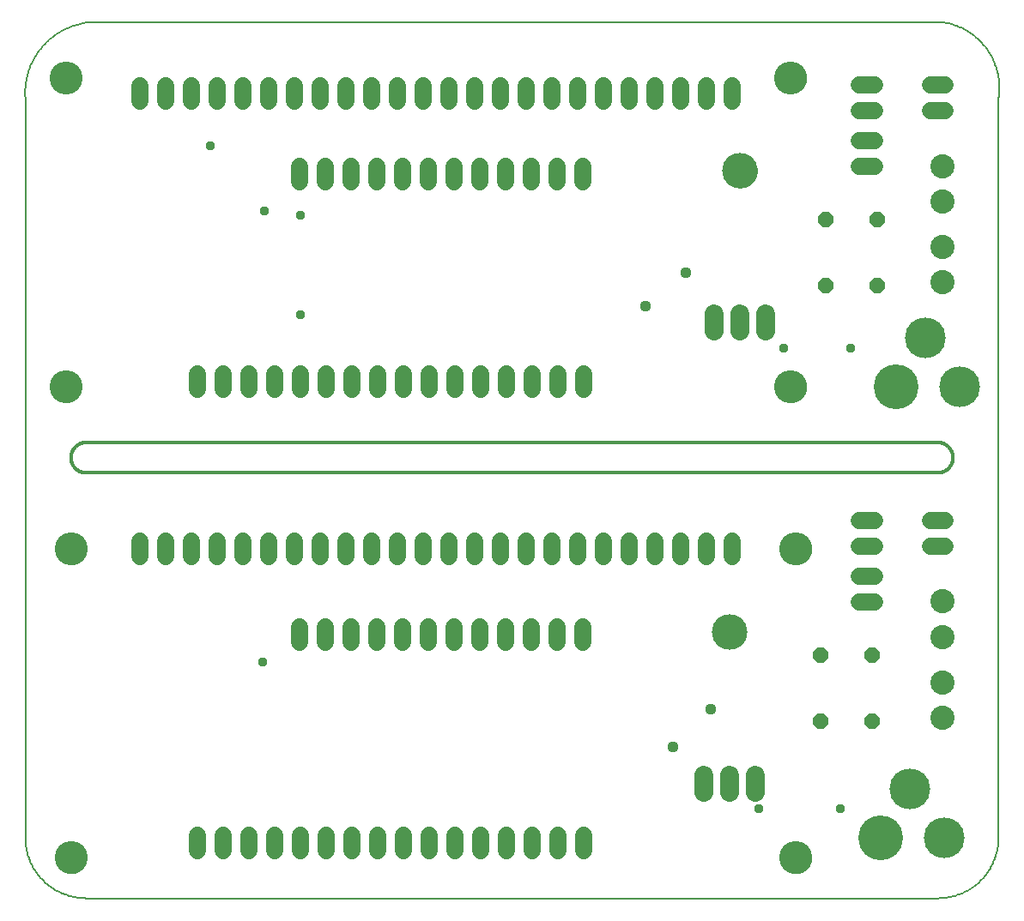
<source format=gts>
G75*
%MOIN*%
%OFA0B0*%
%FSLAX25Y25*%
%IPPOS*%
%LPD*%
%AMOC8*
5,1,8,0,0,1.08239X$1,22.5*
%
%ADD10C,0.00600*%
%ADD11C,0.01200*%
%ADD12C,0.00000*%
%ADD13C,0.12808*%
%ADD14C,0.06800*%
%ADD15C,0.07400*%
%ADD16C,0.13800*%
%ADD17OC8,0.06000*%
%ADD18C,0.17398*%
%ADD19C,0.15824*%
%ADD20C,0.06737*%
%ADD21C,0.09400*%
%ADD22C,0.03778*%
%ADD23C,0.04369*%
D10*
X0025622Y0002000D02*
X0356331Y0002000D01*
X0356902Y0002007D01*
X0357472Y0002028D01*
X0358042Y0002062D01*
X0358611Y0002110D01*
X0359178Y0002172D01*
X0359744Y0002248D01*
X0360308Y0002337D01*
X0360869Y0002440D01*
X0361428Y0002557D01*
X0361984Y0002686D01*
X0362537Y0002830D01*
X0363086Y0002986D01*
X0363631Y0003156D01*
X0364171Y0003339D01*
X0364707Y0003535D01*
X0365239Y0003744D01*
X0365765Y0003966D01*
X0366285Y0004200D01*
X0366800Y0004447D01*
X0367309Y0004706D01*
X0367811Y0004977D01*
X0368306Y0005261D01*
X0368795Y0005556D01*
X0369276Y0005863D01*
X0369750Y0006181D01*
X0370216Y0006511D01*
X0370673Y0006852D01*
X0371123Y0007205D01*
X0371563Y0007567D01*
X0371995Y0007941D01*
X0372418Y0008324D01*
X0372831Y0008718D01*
X0373235Y0009122D01*
X0373629Y0009535D01*
X0374012Y0009958D01*
X0374386Y0010390D01*
X0374748Y0010830D01*
X0375101Y0011280D01*
X0375442Y0011737D01*
X0375772Y0012203D01*
X0376090Y0012677D01*
X0376397Y0013158D01*
X0376692Y0013647D01*
X0376976Y0014142D01*
X0377247Y0014644D01*
X0377506Y0015153D01*
X0377753Y0015668D01*
X0377987Y0016188D01*
X0378209Y0016714D01*
X0378418Y0017246D01*
X0378614Y0017782D01*
X0378797Y0018322D01*
X0378967Y0018867D01*
X0379123Y0019416D01*
X0379267Y0019969D01*
X0379396Y0020525D01*
X0379513Y0021084D01*
X0379616Y0021645D01*
X0379705Y0022209D01*
X0379781Y0022775D01*
X0379843Y0023342D01*
X0379891Y0023911D01*
X0379925Y0024481D01*
X0379946Y0025051D01*
X0379953Y0025622D01*
X0379953Y0313024D01*
X0380041Y0313643D01*
X0380113Y0314265D01*
X0380171Y0314888D01*
X0380213Y0315512D01*
X0380241Y0316137D01*
X0380253Y0316763D01*
X0380250Y0317389D01*
X0380233Y0318014D01*
X0380200Y0318639D01*
X0380151Y0319263D01*
X0380088Y0319885D01*
X0380010Y0320506D01*
X0379917Y0321125D01*
X0379809Y0321741D01*
X0379686Y0322354D01*
X0379548Y0322965D01*
X0379396Y0323572D01*
X0379229Y0324175D01*
X0379047Y0324773D01*
X0378851Y0325368D01*
X0378641Y0325957D01*
X0378417Y0326541D01*
X0378178Y0327119D01*
X0377926Y0327692D01*
X0377659Y0328258D01*
X0377380Y0328818D01*
X0377086Y0329371D01*
X0376780Y0329916D01*
X0376460Y0330454D01*
X0376128Y0330984D01*
X0375783Y0331506D01*
X0375425Y0332019D01*
X0375055Y0332524D01*
X0374673Y0333019D01*
X0374279Y0333505D01*
X0373873Y0333982D01*
X0373456Y0334448D01*
X0373028Y0334905D01*
X0372589Y0335350D01*
X0372139Y0335785D01*
X0371679Y0336209D01*
X0371209Y0336622D01*
X0370729Y0337024D01*
X0370240Y0337413D01*
X0369741Y0337791D01*
X0369233Y0338157D01*
X0368716Y0338510D01*
X0368192Y0338850D01*
X0367659Y0339178D01*
X0367118Y0339493D01*
X0366570Y0339794D01*
X0366014Y0340083D01*
X0365452Y0340358D01*
X0364884Y0340619D01*
X0364309Y0340866D01*
X0363728Y0341099D01*
X0363142Y0341319D01*
X0362551Y0341524D01*
X0361955Y0341715D01*
X0361355Y0341891D01*
X0360751Y0342052D01*
X0360142Y0342200D01*
X0359531Y0342332D01*
X0358916Y0342449D01*
X0358299Y0342552D01*
X0358299Y0342551D02*
X0027591Y0342551D01*
X0026925Y0342495D01*
X0026261Y0342423D01*
X0025599Y0342336D01*
X0024940Y0342232D01*
X0024283Y0342113D01*
X0023629Y0341977D01*
X0022979Y0341826D01*
X0022332Y0341659D01*
X0021690Y0341477D01*
X0021052Y0341279D01*
X0020420Y0341066D01*
X0019792Y0340837D01*
X0019171Y0340594D01*
X0018555Y0340335D01*
X0017946Y0340062D01*
X0017344Y0339774D01*
X0016748Y0339472D01*
X0016161Y0339155D01*
X0015581Y0338824D01*
X0015009Y0338479D01*
X0014445Y0338121D01*
X0013891Y0337749D01*
X0013346Y0337364D01*
X0012810Y0336965D01*
X0012284Y0336554D01*
X0011768Y0336130D01*
X0011262Y0335694D01*
X0010767Y0335246D01*
X0010283Y0334786D01*
X0009811Y0334315D01*
X0009350Y0333832D01*
X0008900Y0333338D01*
X0008463Y0332833D01*
X0008038Y0332319D01*
X0007626Y0331793D01*
X0007226Y0331259D01*
X0006839Y0330714D01*
X0006466Y0330161D01*
X0006106Y0329598D01*
X0005760Y0329027D01*
X0005428Y0328448D01*
X0005110Y0327861D01*
X0004806Y0327266D01*
X0004517Y0326665D01*
X0004242Y0326056D01*
X0003982Y0325441D01*
X0003737Y0324820D01*
X0003507Y0324193D01*
X0003292Y0323561D01*
X0003093Y0322924D01*
X0002909Y0322282D01*
X0002741Y0321636D01*
X0002588Y0320986D01*
X0002451Y0320333D01*
X0002330Y0319676D01*
X0002225Y0319017D01*
X0002135Y0318355D01*
X0002062Y0317691D01*
X0002005Y0317026D01*
X0001964Y0316360D01*
X0001939Y0315693D01*
X0001930Y0315025D01*
X0001937Y0314357D01*
X0001961Y0313690D01*
X0002000Y0313024D01*
X0002000Y0025622D01*
X0002007Y0025051D01*
X0002028Y0024481D01*
X0002062Y0023911D01*
X0002110Y0023342D01*
X0002172Y0022775D01*
X0002248Y0022209D01*
X0002337Y0021645D01*
X0002440Y0021084D01*
X0002557Y0020525D01*
X0002686Y0019969D01*
X0002830Y0019416D01*
X0002986Y0018867D01*
X0003156Y0018322D01*
X0003339Y0017782D01*
X0003535Y0017246D01*
X0003744Y0016714D01*
X0003966Y0016188D01*
X0004200Y0015668D01*
X0004447Y0015153D01*
X0004706Y0014644D01*
X0004977Y0014142D01*
X0005261Y0013647D01*
X0005556Y0013158D01*
X0005863Y0012677D01*
X0006181Y0012203D01*
X0006511Y0011737D01*
X0006852Y0011280D01*
X0007205Y0010830D01*
X0007567Y0010390D01*
X0007941Y0009958D01*
X0008324Y0009535D01*
X0008718Y0009122D01*
X0009122Y0008718D01*
X0009535Y0008324D01*
X0009958Y0007941D01*
X0010390Y0007567D01*
X0010830Y0007205D01*
X0011280Y0006852D01*
X0011737Y0006511D01*
X0012203Y0006181D01*
X0012677Y0005863D01*
X0013158Y0005556D01*
X0013647Y0005261D01*
X0014142Y0004977D01*
X0014644Y0004706D01*
X0015153Y0004447D01*
X0015668Y0004200D01*
X0016188Y0003966D01*
X0016714Y0003744D01*
X0017246Y0003535D01*
X0017782Y0003339D01*
X0018322Y0003156D01*
X0018867Y0002986D01*
X0019416Y0002830D01*
X0019969Y0002686D01*
X0020525Y0002557D01*
X0021084Y0002440D01*
X0021645Y0002337D01*
X0022209Y0002248D01*
X0022775Y0002172D01*
X0023342Y0002110D01*
X0023911Y0002062D01*
X0024481Y0002028D01*
X0025051Y0002007D01*
X0025622Y0002000D01*
D11*
X0025622Y0167354D02*
X0356331Y0167354D01*
X0362237Y0173260D02*
X0362235Y0173412D01*
X0362229Y0173564D01*
X0362219Y0173716D01*
X0362206Y0173867D01*
X0362188Y0174018D01*
X0362167Y0174169D01*
X0362141Y0174319D01*
X0362112Y0174468D01*
X0362079Y0174617D01*
X0362042Y0174764D01*
X0362002Y0174911D01*
X0361957Y0175056D01*
X0361909Y0175200D01*
X0361857Y0175343D01*
X0361802Y0175485D01*
X0361743Y0175625D01*
X0361680Y0175764D01*
X0361614Y0175901D01*
X0361544Y0176036D01*
X0361471Y0176169D01*
X0361394Y0176300D01*
X0361314Y0176430D01*
X0361231Y0176557D01*
X0361145Y0176682D01*
X0361055Y0176805D01*
X0360962Y0176925D01*
X0360866Y0177043D01*
X0360767Y0177159D01*
X0360665Y0177272D01*
X0360561Y0177382D01*
X0360453Y0177490D01*
X0360343Y0177594D01*
X0360230Y0177696D01*
X0360114Y0177795D01*
X0359996Y0177891D01*
X0359876Y0177984D01*
X0359753Y0178074D01*
X0359628Y0178160D01*
X0359501Y0178243D01*
X0359371Y0178323D01*
X0359240Y0178400D01*
X0359107Y0178473D01*
X0358972Y0178543D01*
X0358835Y0178609D01*
X0358696Y0178672D01*
X0358556Y0178731D01*
X0358414Y0178786D01*
X0358271Y0178838D01*
X0358127Y0178886D01*
X0357982Y0178931D01*
X0357835Y0178971D01*
X0357688Y0179008D01*
X0357539Y0179041D01*
X0357390Y0179070D01*
X0357240Y0179096D01*
X0357089Y0179117D01*
X0356938Y0179135D01*
X0356787Y0179148D01*
X0356635Y0179158D01*
X0356483Y0179164D01*
X0356331Y0179166D01*
X0356331Y0179165D02*
X0025622Y0179165D01*
X0025622Y0179166D02*
X0025470Y0179164D01*
X0025318Y0179158D01*
X0025166Y0179148D01*
X0025015Y0179135D01*
X0024864Y0179117D01*
X0024713Y0179096D01*
X0024563Y0179070D01*
X0024414Y0179041D01*
X0024265Y0179008D01*
X0024118Y0178971D01*
X0023971Y0178931D01*
X0023826Y0178886D01*
X0023682Y0178838D01*
X0023539Y0178786D01*
X0023397Y0178731D01*
X0023257Y0178672D01*
X0023118Y0178609D01*
X0022981Y0178543D01*
X0022846Y0178473D01*
X0022713Y0178400D01*
X0022582Y0178323D01*
X0022452Y0178243D01*
X0022325Y0178160D01*
X0022200Y0178074D01*
X0022077Y0177984D01*
X0021957Y0177891D01*
X0021839Y0177795D01*
X0021723Y0177696D01*
X0021610Y0177594D01*
X0021500Y0177490D01*
X0021392Y0177382D01*
X0021288Y0177272D01*
X0021186Y0177159D01*
X0021087Y0177043D01*
X0020991Y0176925D01*
X0020898Y0176805D01*
X0020808Y0176682D01*
X0020722Y0176557D01*
X0020639Y0176430D01*
X0020559Y0176300D01*
X0020482Y0176169D01*
X0020409Y0176036D01*
X0020339Y0175901D01*
X0020273Y0175764D01*
X0020210Y0175625D01*
X0020151Y0175485D01*
X0020096Y0175343D01*
X0020044Y0175200D01*
X0019996Y0175056D01*
X0019951Y0174911D01*
X0019911Y0174764D01*
X0019874Y0174617D01*
X0019841Y0174468D01*
X0019812Y0174319D01*
X0019786Y0174169D01*
X0019765Y0174018D01*
X0019747Y0173867D01*
X0019734Y0173716D01*
X0019724Y0173564D01*
X0019718Y0173412D01*
X0019716Y0173260D01*
X0019718Y0173108D01*
X0019724Y0172956D01*
X0019734Y0172804D01*
X0019747Y0172653D01*
X0019765Y0172502D01*
X0019786Y0172351D01*
X0019812Y0172201D01*
X0019841Y0172052D01*
X0019874Y0171903D01*
X0019911Y0171756D01*
X0019951Y0171609D01*
X0019996Y0171464D01*
X0020044Y0171320D01*
X0020096Y0171177D01*
X0020151Y0171035D01*
X0020210Y0170895D01*
X0020273Y0170756D01*
X0020339Y0170619D01*
X0020409Y0170484D01*
X0020482Y0170351D01*
X0020559Y0170220D01*
X0020639Y0170090D01*
X0020722Y0169963D01*
X0020808Y0169838D01*
X0020898Y0169715D01*
X0020991Y0169595D01*
X0021087Y0169477D01*
X0021186Y0169361D01*
X0021288Y0169248D01*
X0021392Y0169138D01*
X0021500Y0169030D01*
X0021610Y0168926D01*
X0021723Y0168824D01*
X0021839Y0168725D01*
X0021957Y0168629D01*
X0022077Y0168536D01*
X0022200Y0168446D01*
X0022325Y0168360D01*
X0022452Y0168277D01*
X0022582Y0168197D01*
X0022713Y0168120D01*
X0022846Y0168047D01*
X0022981Y0167977D01*
X0023118Y0167911D01*
X0023257Y0167848D01*
X0023397Y0167789D01*
X0023539Y0167734D01*
X0023682Y0167682D01*
X0023826Y0167634D01*
X0023971Y0167589D01*
X0024118Y0167549D01*
X0024265Y0167512D01*
X0024414Y0167479D01*
X0024563Y0167450D01*
X0024713Y0167424D01*
X0024864Y0167403D01*
X0025015Y0167385D01*
X0025166Y0167372D01*
X0025318Y0167362D01*
X0025470Y0167356D01*
X0025622Y0167354D01*
X0356331Y0167354D02*
X0356483Y0167356D01*
X0356635Y0167362D01*
X0356787Y0167372D01*
X0356938Y0167385D01*
X0357089Y0167403D01*
X0357240Y0167424D01*
X0357390Y0167450D01*
X0357539Y0167479D01*
X0357688Y0167512D01*
X0357835Y0167549D01*
X0357982Y0167589D01*
X0358127Y0167634D01*
X0358271Y0167682D01*
X0358414Y0167734D01*
X0358556Y0167789D01*
X0358696Y0167848D01*
X0358835Y0167911D01*
X0358972Y0167977D01*
X0359107Y0168047D01*
X0359240Y0168120D01*
X0359371Y0168197D01*
X0359501Y0168277D01*
X0359628Y0168360D01*
X0359753Y0168446D01*
X0359876Y0168536D01*
X0359996Y0168629D01*
X0360114Y0168725D01*
X0360230Y0168824D01*
X0360343Y0168926D01*
X0360453Y0169030D01*
X0360561Y0169138D01*
X0360665Y0169248D01*
X0360767Y0169361D01*
X0360866Y0169477D01*
X0360962Y0169595D01*
X0361055Y0169715D01*
X0361145Y0169838D01*
X0361231Y0169963D01*
X0361314Y0170090D01*
X0361394Y0170220D01*
X0361471Y0170351D01*
X0361544Y0170484D01*
X0361614Y0170619D01*
X0361680Y0170756D01*
X0361743Y0170895D01*
X0361802Y0171035D01*
X0361857Y0171177D01*
X0361909Y0171320D01*
X0361957Y0171464D01*
X0362002Y0171609D01*
X0362042Y0171756D01*
X0362079Y0171903D01*
X0362112Y0172052D01*
X0362141Y0172201D01*
X0362167Y0172351D01*
X0362188Y0172502D01*
X0362206Y0172653D01*
X0362219Y0172804D01*
X0362229Y0172956D01*
X0362235Y0173108D01*
X0362237Y0173260D01*
D12*
X0293240Y0200819D02*
X0293242Y0200974D01*
X0293248Y0201128D01*
X0293258Y0201282D01*
X0293272Y0201436D01*
X0293290Y0201590D01*
X0293312Y0201743D01*
X0293337Y0201895D01*
X0293367Y0202047D01*
X0293401Y0202198D01*
X0293438Y0202348D01*
X0293479Y0202497D01*
X0293524Y0202645D01*
X0293573Y0202792D01*
X0293626Y0202937D01*
X0293682Y0203081D01*
X0293742Y0203223D01*
X0293806Y0203364D01*
X0293873Y0203503D01*
X0293944Y0203641D01*
X0294019Y0203776D01*
X0294097Y0203910D01*
X0294178Y0204041D01*
X0294263Y0204171D01*
X0294351Y0204298D01*
X0294442Y0204423D01*
X0294536Y0204545D01*
X0294634Y0204665D01*
X0294734Y0204783D01*
X0294838Y0204897D01*
X0294944Y0205009D01*
X0295054Y0205119D01*
X0295166Y0205225D01*
X0295280Y0205329D01*
X0295398Y0205429D01*
X0295518Y0205527D01*
X0295640Y0205621D01*
X0295765Y0205712D01*
X0295892Y0205800D01*
X0296022Y0205885D01*
X0296153Y0205966D01*
X0296287Y0206044D01*
X0296422Y0206119D01*
X0296560Y0206190D01*
X0296699Y0206257D01*
X0296840Y0206321D01*
X0296982Y0206381D01*
X0297126Y0206437D01*
X0297271Y0206490D01*
X0297418Y0206539D01*
X0297566Y0206584D01*
X0297715Y0206625D01*
X0297865Y0206662D01*
X0298016Y0206696D01*
X0298168Y0206726D01*
X0298320Y0206751D01*
X0298473Y0206773D01*
X0298627Y0206791D01*
X0298781Y0206805D01*
X0298935Y0206815D01*
X0299089Y0206821D01*
X0299244Y0206823D01*
X0299399Y0206821D01*
X0299553Y0206815D01*
X0299707Y0206805D01*
X0299861Y0206791D01*
X0300015Y0206773D01*
X0300168Y0206751D01*
X0300320Y0206726D01*
X0300472Y0206696D01*
X0300623Y0206662D01*
X0300773Y0206625D01*
X0300922Y0206584D01*
X0301070Y0206539D01*
X0301217Y0206490D01*
X0301362Y0206437D01*
X0301506Y0206381D01*
X0301648Y0206321D01*
X0301789Y0206257D01*
X0301928Y0206190D01*
X0302066Y0206119D01*
X0302201Y0206044D01*
X0302335Y0205966D01*
X0302466Y0205885D01*
X0302596Y0205800D01*
X0302723Y0205712D01*
X0302848Y0205621D01*
X0302970Y0205527D01*
X0303090Y0205429D01*
X0303208Y0205329D01*
X0303322Y0205225D01*
X0303434Y0205119D01*
X0303544Y0205009D01*
X0303650Y0204897D01*
X0303754Y0204783D01*
X0303854Y0204665D01*
X0303952Y0204545D01*
X0304046Y0204423D01*
X0304137Y0204298D01*
X0304225Y0204171D01*
X0304310Y0204041D01*
X0304391Y0203910D01*
X0304469Y0203776D01*
X0304544Y0203641D01*
X0304615Y0203503D01*
X0304682Y0203364D01*
X0304746Y0203223D01*
X0304806Y0203081D01*
X0304862Y0202937D01*
X0304915Y0202792D01*
X0304964Y0202645D01*
X0305009Y0202497D01*
X0305050Y0202348D01*
X0305087Y0202198D01*
X0305121Y0202047D01*
X0305151Y0201895D01*
X0305176Y0201743D01*
X0305198Y0201590D01*
X0305216Y0201436D01*
X0305230Y0201282D01*
X0305240Y0201128D01*
X0305246Y0200974D01*
X0305248Y0200819D01*
X0305246Y0200664D01*
X0305240Y0200510D01*
X0305230Y0200356D01*
X0305216Y0200202D01*
X0305198Y0200048D01*
X0305176Y0199895D01*
X0305151Y0199743D01*
X0305121Y0199591D01*
X0305087Y0199440D01*
X0305050Y0199290D01*
X0305009Y0199141D01*
X0304964Y0198993D01*
X0304915Y0198846D01*
X0304862Y0198701D01*
X0304806Y0198557D01*
X0304746Y0198415D01*
X0304682Y0198274D01*
X0304615Y0198135D01*
X0304544Y0197997D01*
X0304469Y0197862D01*
X0304391Y0197728D01*
X0304310Y0197597D01*
X0304225Y0197467D01*
X0304137Y0197340D01*
X0304046Y0197215D01*
X0303952Y0197093D01*
X0303854Y0196973D01*
X0303754Y0196855D01*
X0303650Y0196741D01*
X0303544Y0196629D01*
X0303434Y0196519D01*
X0303322Y0196413D01*
X0303208Y0196309D01*
X0303090Y0196209D01*
X0302970Y0196111D01*
X0302848Y0196017D01*
X0302723Y0195926D01*
X0302596Y0195838D01*
X0302466Y0195753D01*
X0302335Y0195672D01*
X0302201Y0195594D01*
X0302066Y0195519D01*
X0301928Y0195448D01*
X0301789Y0195381D01*
X0301648Y0195317D01*
X0301506Y0195257D01*
X0301362Y0195201D01*
X0301217Y0195148D01*
X0301070Y0195099D01*
X0300922Y0195054D01*
X0300773Y0195013D01*
X0300623Y0194976D01*
X0300472Y0194942D01*
X0300320Y0194912D01*
X0300168Y0194887D01*
X0300015Y0194865D01*
X0299861Y0194847D01*
X0299707Y0194833D01*
X0299553Y0194823D01*
X0299399Y0194817D01*
X0299244Y0194815D01*
X0299089Y0194817D01*
X0298935Y0194823D01*
X0298781Y0194833D01*
X0298627Y0194847D01*
X0298473Y0194865D01*
X0298320Y0194887D01*
X0298168Y0194912D01*
X0298016Y0194942D01*
X0297865Y0194976D01*
X0297715Y0195013D01*
X0297566Y0195054D01*
X0297418Y0195099D01*
X0297271Y0195148D01*
X0297126Y0195201D01*
X0296982Y0195257D01*
X0296840Y0195317D01*
X0296699Y0195381D01*
X0296560Y0195448D01*
X0296422Y0195519D01*
X0296287Y0195594D01*
X0296153Y0195672D01*
X0296022Y0195753D01*
X0295892Y0195838D01*
X0295765Y0195926D01*
X0295640Y0196017D01*
X0295518Y0196111D01*
X0295398Y0196209D01*
X0295280Y0196309D01*
X0295166Y0196413D01*
X0295054Y0196519D01*
X0294944Y0196629D01*
X0294838Y0196741D01*
X0294734Y0196855D01*
X0294634Y0196973D01*
X0294536Y0197093D01*
X0294442Y0197215D01*
X0294351Y0197340D01*
X0294263Y0197467D01*
X0294178Y0197597D01*
X0294097Y0197728D01*
X0294019Y0197862D01*
X0293944Y0197997D01*
X0293873Y0198135D01*
X0293806Y0198274D01*
X0293742Y0198415D01*
X0293682Y0198557D01*
X0293626Y0198701D01*
X0293573Y0198846D01*
X0293524Y0198993D01*
X0293479Y0199141D01*
X0293438Y0199290D01*
X0293401Y0199440D01*
X0293367Y0199591D01*
X0293337Y0199743D01*
X0293312Y0199895D01*
X0293290Y0200048D01*
X0293272Y0200202D01*
X0293258Y0200356D01*
X0293248Y0200510D01*
X0293242Y0200664D01*
X0293240Y0200819D01*
X0295209Y0137827D02*
X0295211Y0137982D01*
X0295217Y0138136D01*
X0295227Y0138290D01*
X0295241Y0138444D01*
X0295259Y0138598D01*
X0295281Y0138751D01*
X0295306Y0138903D01*
X0295336Y0139055D01*
X0295370Y0139206D01*
X0295407Y0139356D01*
X0295448Y0139505D01*
X0295493Y0139653D01*
X0295542Y0139800D01*
X0295595Y0139945D01*
X0295651Y0140089D01*
X0295711Y0140231D01*
X0295775Y0140372D01*
X0295842Y0140511D01*
X0295913Y0140649D01*
X0295988Y0140784D01*
X0296066Y0140918D01*
X0296147Y0141049D01*
X0296232Y0141179D01*
X0296320Y0141306D01*
X0296411Y0141431D01*
X0296505Y0141553D01*
X0296603Y0141673D01*
X0296703Y0141791D01*
X0296807Y0141905D01*
X0296913Y0142017D01*
X0297023Y0142127D01*
X0297135Y0142233D01*
X0297249Y0142337D01*
X0297367Y0142437D01*
X0297487Y0142535D01*
X0297609Y0142629D01*
X0297734Y0142720D01*
X0297861Y0142808D01*
X0297991Y0142893D01*
X0298122Y0142974D01*
X0298256Y0143052D01*
X0298391Y0143127D01*
X0298529Y0143198D01*
X0298668Y0143265D01*
X0298809Y0143329D01*
X0298951Y0143389D01*
X0299095Y0143445D01*
X0299240Y0143498D01*
X0299387Y0143547D01*
X0299535Y0143592D01*
X0299684Y0143633D01*
X0299834Y0143670D01*
X0299985Y0143704D01*
X0300137Y0143734D01*
X0300289Y0143759D01*
X0300442Y0143781D01*
X0300596Y0143799D01*
X0300750Y0143813D01*
X0300904Y0143823D01*
X0301058Y0143829D01*
X0301213Y0143831D01*
X0301368Y0143829D01*
X0301522Y0143823D01*
X0301676Y0143813D01*
X0301830Y0143799D01*
X0301984Y0143781D01*
X0302137Y0143759D01*
X0302289Y0143734D01*
X0302441Y0143704D01*
X0302592Y0143670D01*
X0302742Y0143633D01*
X0302891Y0143592D01*
X0303039Y0143547D01*
X0303186Y0143498D01*
X0303331Y0143445D01*
X0303475Y0143389D01*
X0303617Y0143329D01*
X0303758Y0143265D01*
X0303897Y0143198D01*
X0304035Y0143127D01*
X0304170Y0143052D01*
X0304304Y0142974D01*
X0304435Y0142893D01*
X0304565Y0142808D01*
X0304692Y0142720D01*
X0304817Y0142629D01*
X0304939Y0142535D01*
X0305059Y0142437D01*
X0305177Y0142337D01*
X0305291Y0142233D01*
X0305403Y0142127D01*
X0305513Y0142017D01*
X0305619Y0141905D01*
X0305723Y0141791D01*
X0305823Y0141673D01*
X0305921Y0141553D01*
X0306015Y0141431D01*
X0306106Y0141306D01*
X0306194Y0141179D01*
X0306279Y0141049D01*
X0306360Y0140918D01*
X0306438Y0140784D01*
X0306513Y0140649D01*
X0306584Y0140511D01*
X0306651Y0140372D01*
X0306715Y0140231D01*
X0306775Y0140089D01*
X0306831Y0139945D01*
X0306884Y0139800D01*
X0306933Y0139653D01*
X0306978Y0139505D01*
X0307019Y0139356D01*
X0307056Y0139206D01*
X0307090Y0139055D01*
X0307120Y0138903D01*
X0307145Y0138751D01*
X0307167Y0138598D01*
X0307185Y0138444D01*
X0307199Y0138290D01*
X0307209Y0138136D01*
X0307215Y0137982D01*
X0307217Y0137827D01*
X0307215Y0137672D01*
X0307209Y0137518D01*
X0307199Y0137364D01*
X0307185Y0137210D01*
X0307167Y0137056D01*
X0307145Y0136903D01*
X0307120Y0136751D01*
X0307090Y0136599D01*
X0307056Y0136448D01*
X0307019Y0136298D01*
X0306978Y0136149D01*
X0306933Y0136001D01*
X0306884Y0135854D01*
X0306831Y0135709D01*
X0306775Y0135565D01*
X0306715Y0135423D01*
X0306651Y0135282D01*
X0306584Y0135143D01*
X0306513Y0135005D01*
X0306438Y0134870D01*
X0306360Y0134736D01*
X0306279Y0134605D01*
X0306194Y0134475D01*
X0306106Y0134348D01*
X0306015Y0134223D01*
X0305921Y0134101D01*
X0305823Y0133981D01*
X0305723Y0133863D01*
X0305619Y0133749D01*
X0305513Y0133637D01*
X0305403Y0133527D01*
X0305291Y0133421D01*
X0305177Y0133317D01*
X0305059Y0133217D01*
X0304939Y0133119D01*
X0304817Y0133025D01*
X0304692Y0132934D01*
X0304565Y0132846D01*
X0304435Y0132761D01*
X0304304Y0132680D01*
X0304170Y0132602D01*
X0304035Y0132527D01*
X0303897Y0132456D01*
X0303758Y0132389D01*
X0303617Y0132325D01*
X0303475Y0132265D01*
X0303331Y0132209D01*
X0303186Y0132156D01*
X0303039Y0132107D01*
X0302891Y0132062D01*
X0302742Y0132021D01*
X0302592Y0131984D01*
X0302441Y0131950D01*
X0302289Y0131920D01*
X0302137Y0131895D01*
X0301984Y0131873D01*
X0301830Y0131855D01*
X0301676Y0131841D01*
X0301522Y0131831D01*
X0301368Y0131825D01*
X0301213Y0131823D01*
X0301058Y0131825D01*
X0300904Y0131831D01*
X0300750Y0131841D01*
X0300596Y0131855D01*
X0300442Y0131873D01*
X0300289Y0131895D01*
X0300137Y0131920D01*
X0299985Y0131950D01*
X0299834Y0131984D01*
X0299684Y0132021D01*
X0299535Y0132062D01*
X0299387Y0132107D01*
X0299240Y0132156D01*
X0299095Y0132209D01*
X0298951Y0132265D01*
X0298809Y0132325D01*
X0298668Y0132389D01*
X0298529Y0132456D01*
X0298391Y0132527D01*
X0298256Y0132602D01*
X0298122Y0132680D01*
X0297991Y0132761D01*
X0297861Y0132846D01*
X0297734Y0132934D01*
X0297609Y0133025D01*
X0297487Y0133119D01*
X0297367Y0133217D01*
X0297249Y0133317D01*
X0297135Y0133421D01*
X0297023Y0133527D01*
X0296913Y0133637D01*
X0296807Y0133749D01*
X0296703Y0133863D01*
X0296603Y0133981D01*
X0296505Y0134101D01*
X0296411Y0134223D01*
X0296320Y0134348D01*
X0296232Y0134475D01*
X0296147Y0134605D01*
X0296066Y0134736D01*
X0295988Y0134870D01*
X0295913Y0135005D01*
X0295842Y0135143D01*
X0295775Y0135282D01*
X0295711Y0135423D01*
X0295651Y0135565D01*
X0295595Y0135709D01*
X0295542Y0135854D01*
X0295493Y0136001D01*
X0295448Y0136149D01*
X0295407Y0136298D01*
X0295370Y0136448D01*
X0295336Y0136599D01*
X0295306Y0136751D01*
X0295281Y0136903D01*
X0295259Y0137056D01*
X0295241Y0137210D01*
X0295227Y0137364D01*
X0295217Y0137518D01*
X0295211Y0137672D01*
X0295209Y0137827D01*
X0268965Y0105528D02*
X0268967Y0105689D01*
X0268973Y0105849D01*
X0268983Y0106010D01*
X0268997Y0106170D01*
X0269015Y0106330D01*
X0269036Y0106489D01*
X0269062Y0106648D01*
X0269092Y0106806D01*
X0269125Y0106963D01*
X0269163Y0107120D01*
X0269204Y0107275D01*
X0269249Y0107429D01*
X0269298Y0107582D01*
X0269351Y0107734D01*
X0269407Y0107885D01*
X0269468Y0108034D01*
X0269531Y0108182D01*
X0269599Y0108328D01*
X0269670Y0108472D01*
X0269744Y0108614D01*
X0269822Y0108755D01*
X0269904Y0108893D01*
X0269989Y0109030D01*
X0270077Y0109164D01*
X0270169Y0109296D01*
X0270264Y0109426D01*
X0270362Y0109554D01*
X0270463Y0109679D01*
X0270567Y0109801D01*
X0270674Y0109921D01*
X0270784Y0110038D01*
X0270897Y0110153D01*
X0271013Y0110264D01*
X0271132Y0110373D01*
X0271253Y0110478D01*
X0271377Y0110581D01*
X0271503Y0110681D01*
X0271631Y0110777D01*
X0271762Y0110870D01*
X0271896Y0110960D01*
X0272031Y0111047D01*
X0272169Y0111130D01*
X0272308Y0111210D01*
X0272450Y0111286D01*
X0272593Y0111359D01*
X0272738Y0111428D01*
X0272885Y0111494D01*
X0273033Y0111556D01*
X0273183Y0111614D01*
X0273334Y0111669D01*
X0273487Y0111720D01*
X0273641Y0111767D01*
X0273796Y0111810D01*
X0273952Y0111849D01*
X0274108Y0111885D01*
X0274266Y0111916D01*
X0274424Y0111944D01*
X0274583Y0111968D01*
X0274743Y0111988D01*
X0274903Y0112004D01*
X0275063Y0112016D01*
X0275224Y0112024D01*
X0275385Y0112028D01*
X0275545Y0112028D01*
X0275706Y0112024D01*
X0275867Y0112016D01*
X0276027Y0112004D01*
X0276187Y0111988D01*
X0276347Y0111968D01*
X0276506Y0111944D01*
X0276664Y0111916D01*
X0276822Y0111885D01*
X0276978Y0111849D01*
X0277134Y0111810D01*
X0277289Y0111767D01*
X0277443Y0111720D01*
X0277596Y0111669D01*
X0277747Y0111614D01*
X0277897Y0111556D01*
X0278045Y0111494D01*
X0278192Y0111428D01*
X0278337Y0111359D01*
X0278480Y0111286D01*
X0278622Y0111210D01*
X0278761Y0111130D01*
X0278899Y0111047D01*
X0279034Y0110960D01*
X0279168Y0110870D01*
X0279299Y0110777D01*
X0279427Y0110681D01*
X0279553Y0110581D01*
X0279677Y0110478D01*
X0279798Y0110373D01*
X0279917Y0110264D01*
X0280033Y0110153D01*
X0280146Y0110038D01*
X0280256Y0109921D01*
X0280363Y0109801D01*
X0280467Y0109679D01*
X0280568Y0109554D01*
X0280666Y0109426D01*
X0280761Y0109296D01*
X0280853Y0109164D01*
X0280941Y0109030D01*
X0281026Y0108893D01*
X0281108Y0108755D01*
X0281186Y0108614D01*
X0281260Y0108472D01*
X0281331Y0108328D01*
X0281399Y0108182D01*
X0281462Y0108034D01*
X0281523Y0107885D01*
X0281579Y0107734D01*
X0281632Y0107582D01*
X0281681Y0107429D01*
X0281726Y0107275D01*
X0281767Y0107120D01*
X0281805Y0106963D01*
X0281838Y0106806D01*
X0281868Y0106648D01*
X0281894Y0106489D01*
X0281915Y0106330D01*
X0281933Y0106170D01*
X0281947Y0106010D01*
X0281957Y0105849D01*
X0281963Y0105689D01*
X0281965Y0105528D01*
X0281963Y0105367D01*
X0281957Y0105207D01*
X0281947Y0105046D01*
X0281933Y0104886D01*
X0281915Y0104726D01*
X0281894Y0104567D01*
X0281868Y0104408D01*
X0281838Y0104250D01*
X0281805Y0104093D01*
X0281767Y0103936D01*
X0281726Y0103781D01*
X0281681Y0103627D01*
X0281632Y0103474D01*
X0281579Y0103322D01*
X0281523Y0103171D01*
X0281462Y0103022D01*
X0281399Y0102874D01*
X0281331Y0102728D01*
X0281260Y0102584D01*
X0281186Y0102442D01*
X0281108Y0102301D01*
X0281026Y0102163D01*
X0280941Y0102026D01*
X0280853Y0101892D01*
X0280761Y0101760D01*
X0280666Y0101630D01*
X0280568Y0101502D01*
X0280467Y0101377D01*
X0280363Y0101255D01*
X0280256Y0101135D01*
X0280146Y0101018D01*
X0280033Y0100903D01*
X0279917Y0100792D01*
X0279798Y0100683D01*
X0279677Y0100578D01*
X0279553Y0100475D01*
X0279427Y0100375D01*
X0279299Y0100279D01*
X0279168Y0100186D01*
X0279034Y0100096D01*
X0278899Y0100009D01*
X0278761Y0099926D01*
X0278622Y0099846D01*
X0278480Y0099770D01*
X0278337Y0099697D01*
X0278192Y0099628D01*
X0278045Y0099562D01*
X0277897Y0099500D01*
X0277747Y0099442D01*
X0277596Y0099387D01*
X0277443Y0099336D01*
X0277289Y0099289D01*
X0277134Y0099246D01*
X0276978Y0099207D01*
X0276822Y0099171D01*
X0276664Y0099140D01*
X0276506Y0099112D01*
X0276347Y0099088D01*
X0276187Y0099068D01*
X0276027Y0099052D01*
X0275867Y0099040D01*
X0275706Y0099032D01*
X0275545Y0099028D01*
X0275385Y0099028D01*
X0275224Y0099032D01*
X0275063Y0099040D01*
X0274903Y0099052D01*
X0274743Y0099068D01*
X0274583Y0099088D01*
X0274424Y0099112D01*
X0274266Y0099140D01*
X0274108Y0099171D01*
X0273952Y0099207D01*
X0273796Y0099246D01*
X0273641Y0099289D01*
X0273487Y0099336D01*
X0273334Y0099387D01*
X0273183Y0099442D01*
X0273033Y0099500D01*
X0272885Y0099562D01*
X0272738Y0099628D01*
X0272593Y0099697D01*
X0272450Y0099770D01*
X0272308Y0099846D01*
X0272169Y0099926D01*
X0272031Y0100009D01*
X0271896Y0100096D01*
X0271762Y0100186D01*
X0271631Y0100279D01*
X0271503Y0100375D01*
X0271377Y0100475D01*
X0271253Y0100578D01*
X0271132Y0100683D01*
X0271013Y0100792D01*
X0270897Y0100903D01*
X0270784Y0101018D01*
X0270674Y0101135D01*
X0270567Y0101255D01*
X0270463Y0101377D01*
X0270362Y0101502D01*
X0270264Y0101630D01*
X0270169Y0101760D01*
X0270077Y0101892D01*
X0269989Y0102026D01*
X0269904Y0102163D01*
X0269822Y0102301D01*
X0269744Y0102442D01*
X0269670Y0102584D01*
X0269599Y0102728D01*
X0269531Y0102874D01*
X0269468Y0103022D01*
X0269407Y0103171D01*
X0269351Y0103322D01*
X0269298Y0103474D01*
X0269249Y0103627D01*
X0269204Y0103781D01*
X0269163Y0103936D01*
X0269125Y0104093D01*
X0269092Y0104250D01*
X0269062Y0104408D01*
X0269036Y0104567D01*
X0269015Y0104726D01*
X0268997Y0104886D01*
X0268983Y0105046D01*
X0268973Y0105207D01*
X0268967Y0105367D01*
X0268965Y0105528D01*
X0295209Y0017748D02*
X0295211Y0017903D01*
X0295217Y0018057D01*
X0295227Y0018211D01*
X0295241Y0018365D01*
X0295259Y0018519D01*
X0295281Y0018672D01*
X0295306Y0018824D01*
X0295336Y0018976D01*
X0295370Y0019127D01*
X0295407Y0019277D01*
X0295448Y0019426D01*
X0295493Y0019574D01*
X0295542Y0019721D01*
X0295595Y0019866D01*
X0295651Y0020010D01*
X0295711Y0020152D01*
X0295775Y0020293D01*
X0295842Y0020432D01*
X0295913Y0020570D01*
X0295988Y0020705D01*
X0296066Y0020839D01*
X0296147Y0020970D01*
X0296232Y0021100D01*
X0296320Y0021227D01*
X0296411Y0021352D01*
X0296505Y0021474D01*
X0296603Y0021594D01*
X0296703Y0021712D01*
X0296807Y0021826D01*
X0296913Y0021938D01*
X0297023Y0022048D01*
X0297135Y0022154D01*
X0297249Y0022258D01*
X0297367Y0022358D01*
X0297487Y0022456D01*
X0297609Y0022550D01*
X0297734Y0022641D01*
X0297861Y0022729D01*
X0297991Y0022814D01*
X0298122Y0022895D01*
X0298256Y0022973D01*
X0298391Y0023048D01*
X0298529Y0023119D01*
X0298668Y0023186D01*
X0298809Y0023250D01*
X0298951Y0023310D01*
X0299095Y0023366D01*
X0299240Y0023419D01*
X0299387Y0023468D01*
X0299535Y0023513D01*
X0299684Y0023554D01*
X0299834Y0023591D01*
X0299985Y0023625D01*
X0300137Y0023655D01*
X0300289Y0023680D01*
X0300442Y0023702D01*
X0300596Y0023720D01*
X0300750Y0023734D01*
X0300904Y0023744D01*
X0301058Y0023750D01*
X0301213Y0023752D01*
X0301368Y0023750D01*
X0301522Y0023744D01*
X0301676Y0023734D01*
X0301830Y0023720D01*
X0301984Y0023702D01*
X0302137Y0023680D01*
X0302289Y0023655D01*
X0302441Y0023625D01*
X0302592Y0023591D01*
X0302742Y0023554D01*
X0302891Y0023513D01*
X0303039Y0023468D01*
X0303186Y0023419D01*
X0303331Y0023366D01*
X0303475Y0023310D01*
X0303617Y0023250D01*
X0303758Y0023186D01*
X0303897Y0023119D01*
X0304035Y0023048D01*
X0304170Y0022973D01*
X0304304Y0022895D01*
X0304435Y0022814D01*
X0304565Y0022729D01*
X0304692Y0022641D01*
X0304817Y0022550D01*
X0304939Y0022456D01*
X0305059Y0022358D01*
X0305177Y0022258D01*
X0305291Y0022154D01*
X0305403Y0022048D01*
X0305513Y0021938D01*
X0305619Y0021826D01*
X0305723Y0021712D01*
X0305823Y0021594D01*
X0305921Y0021474D01*
X0306015Y0021352D01*
X0306106Y0021227D01*
X0306194Y0021100D01*
X0306279Y0020970D01*
X0306360Y0020839D01*
X0306438Y0020705D01*
X0306513Y0020570D01*
X0306584Y0020432D01*
X0306651Y0020293D01*
X0306715Y0020152D01*
X0306775Y0020010D01*
X0306831Y0019866D01*
X0306884Y0019721D01*
X0306933Y0019574D01*
X0306978Y0019426D01*
X0307019Y0019277D01*
X0307056Y0019127D01*
X0307090Y0018976D01*
X0307120Y0018824D01*
X0307145Y0018672D01*
X0307167Y0018519D01*
X0307185Y0018365D01*
X0307199Y0018211D01*
X0307209Y0018057D01*
X0307215Y0017903D01*
X0307217Y0017748D01*
X0307215Y0017593D01*
X0307209Y0017439D01*
X0307199Y0017285D01*
X0307185Y0017131D01*
X0307167Y0016977D01*
X0307145Y0016824D01*
X0307120Y0016672D01*
X0307090Y0016520D01*
X0307056Y0016369D01*
X0307019Y0016219D01*
X0306978Y0016070D01*
X0306933Y0015922D01*
X0306884Y0015775D01*
X0306831Y0015630D01*
X0306775Y0015486D01*
X0306715Y0015344D01*
X0306651Y0015203D01*
X0306584Y0015064D01*
X0306513Y0014926D01*
X0306438Y0014791D01*
X0306360Y0014657D01*
X0306279Y0014526D01*
X0306194Y0014396D01*
X0306106Y0014269D01*
X0306015Y0014144D01*
X0305921Y0014022D01*
X0305823Y0013902D01*
X0305723Y0013784D01*
X0305619Y0013670D01*
X0305513Y0013558D01*
X0305403Y0013448D01*
X0305291Y0013342D01*
X0305177Y0013238D01*
X0305059Y0013138D01*
X0304939Y0013040D01*
X0304817Y0012946D01*
X0304692Y0012855D01*
X0304565Y0012767D01*
X0304435Y0012682D01*
X0304304Y0012601D01*
X0304170Y0012523D01*
X0304035Y0012448D01*
X0303897Y0012377D01*
X0303758Y0012310D01*
X0303617Y0012246D01*
X0303475Y0012186D01*
X0303331Y0012130D01*
X0303186Y0012077D01*
X0303039Y0012028D01*
X0302891Y0011983D01*
X0302742Y0011942D01*
X0302592Y0011905D01*
X0302441Y0011871D01*
X0302289Y0011841D01*
X0302137Y0011816D01*
X0301984Y0011794D01*
X0301830Y0011776D01*
X0301676Y0011762D01*
X0301522Y0011752D01*
X0301368Y0011746D01*
X0301213Y0011744D01*
X0301058Y0011746D01*
X0300904Y0011752D01*
X0300750Y0011762D01*
X0300596Y0011776D01*
X0300442Y0011794D01*
X0300289Y0011816D01*
X0300137Y0011841D01*
X0299985Y0011871D01*
X0299834Y0011905D01*
X0299684Y0011942D01*
X0299535Y0011983D01*
X0299387Y0012028D01*
X0299240Y0012077D01*
X0299095Y0012130D01*
X0298951Y0012186D01*
X0298809Y0012246D01*
X0298668Y0012310D01*
X0298529Y0012377D01*
X0298391Y0012448D01*
X0298256Y0012523D01*
X0298122Y0012601D01*
X0297991Y0012682D01*
X0297861Y0012767D01*
X0297734Y0012855D01*
X0297609Y0012946D01*
X0297487Y0013040D01*
X0297367Y0013138D01*
X0297249Y0013238D01*
X0297135Y0013342D01*
X0297023Y0013448D01*
X0296913Y0013558D01*
X0296807Y0013670D01*
X0296703Y0013784D01*
X0296603Y0013902D01*
X0296505Y0014022D01*
X0296411Y0014144D01*
X0296320Y0014269D01*
X0296232Y0014396D01*
X0296147Y0014526D01*
X0296066Y0014657D01*
X0295988Y0014791D01*
X0295913Y0014926D01*
X0295842Y0015064D01*
X0295775Y0015203D01*
X0295711Y0015344D01*
X0295651Y0015486D01*
X0295595Y0015630D01*
X0295542Y0015775D01*
X0295493Y0015922D01*
X0295448Y0016070D01*
X0295407Y0016219D01*
X0295370Y0016369D01*
X0295336Y0016520D01*
X0295306Y0016672D01*
X0295281Y0016824D01*
X0295259Y0016977D01*
X0295241Y0017131D01*
X0295227Y0017285D01*
X0295217Y0017439D01*
X0295211Y0017593D01*
X0295209Y0017748D01*
X0013713Y0017748D02*
X0013715Y0017903D01*
X0013721Y0018057D01*
X0013731Y0018211D01*
X0013745Y0018365D01*
X0013763Y0018519D01*
X0013785Y0018672D01*
X0013810Y0018824D01*
X0013840Y0018976D01*
X0013874Y0019127D01*
X0013911Y0019277D01*
X0013952Y0019426D01*
X0013997Y0019574D01*
X0014046Y0019721D01*
X0014099Y0019866D01*
X0014155Y0020010D01*
X0014215Y0020152D01*
X0014279Y0020293D01*
X0014346Y0020432D01*
X0014417Y0020570D01*
X0014492Y0020705D01*
X0014570Y0020839D01*
X0014651Y0020970D01*
X0014736Y0021100D01*
X0014824Y0021227D01*
X0014915Y0021352D01*
X0015009Y0021474D01*
X0015107Y0021594D01*
X0015207Y0021712D01*
X0015311Y0021826D01*
X0015417Y0021938D01*
X0015527Y0022048D01*
X0015639Y0022154D01*
X0015753Y0022258D01*
X0015871Y0022358D01*
X0015991Y0022456D01*
X0016113Y0022550D01*
X0016238Y0022641D01*
X0016365Y0022729D01*
X0016495Y0022814D01*
X0016626Y0022895D01*
X0016760Y0022973D01*
X0016895Y0023048D01*
X0017033Y0023119D01*
X0017172Y0023186D01*
X0017313Y0023250D01*
X0017455Y0023310D01*
X0017599Y0023366D01*
X0017744Y0023419D01*
X0017891Y0023468D01*
X0018039Y0023513D01*
X0018188Y0023554D01*
X0018338Y0023591D01*
X0018489Y0023625D01*
X0018641Y0023655D01*
X0018793Y0023680D01*
X0018946Y0023702D01*
X0019100Y0023720D01*
X0019254Y0023734D01*
X0019408Y0023744D01*
X0019562Y0023750D01*
X0019717Y0023752D01*
X0019872Y0023750D01*
X0020026Y0023744D01*
X0020180Y0023734D01*
X0020334Y0023720D01*
X0020488Y0023702D01*
X0020641Y0023680D01*
X0020793Y0023655D01*
X0020945Y0023625D01*
X0021096Y0023591D01*
X0021246Y0023554D01*
X0021395Y0023513D01*
X0021543Y0023468D01*
X0021690Y0023419D01*
X0021835Y0023366D01*
X0021979Y0023310D01*
X0022121Y0023250D01*
X0022262Y0023186D01*
X0022401Y0023119D01*
X0022539Y0023048D01*
X0022674Y0022973D01*
X0022808Y0022895D01*
X0022939Y0022814D01*
X0023069Y0022729D01*
X0023196Y0022641D01*
X0023321Y0022550D01*
X0023443Y0022456D01*
X0023563Y0022358D01*
X0023681Y0022258D01*
X0023795Y0022154D01*
X0023907Y0022048D01*
X0024017Y0021938D01*
X0024123Y0021826D01*
X0024227Y0021712D01*
X0024327Y0021594D01*
X0024425Y0021474D01*
X0024519Y0021352D01*
X0024610Y0021227D01*
X0024698Y0021100D01*
X0024783Y0020970D01*
X0024864Y0020839D01*
X0024942Y0020705D01*
X0025017Y0020570D01*
X0025088Y0020432D01*
X0025155Y0020293D01*
X0025219Y0020152D01*
X0025279Y0020010D01*
X0025335Y0019866D01*
X0025388Y0019721D01*
X0025437Y0019574D01*
X0025482Y0019426D01*
X0025523Y0019277D01*
X0025560Y0019127D01*
X0025594Y0018976D01*
X0025624Y0018824D01*
X0025649Y0018672D01*
X0025671Y0018519D01*
X0025689Y0018365D01*
X0025703Y0018211D01*
X0025713Y0018057D01*
X0025719Y0017903D01*
X0025721Y0017748D01*
X0025719Y0017593D01*
X0025713Y0017439D01*
X0025703Y0017285D01*
X0025689Y0017131D01*
X0025671Y0016977D01*
X0025649Y0016824D01*
X0025624Y0016672D01*
X0025594Y0016520D01*
X0025560Y0016369D01*
X0025523Y0016219D01*
X0025482Y0016070D01*
X0025437Y0015922D01*
X0025388Y0015775D01*
X0025335Y0015630D01*
X0025279Y0015486D01*
X0025219Y0015344D01*
X0025155Y0015203D01*
X0025088Y0015064D01*
X0025017Y0014926D01*
X0024942Y0014791D01*
X0024864Y0014657D01*
X0024783Y0014526D01*
X0024698Y0014396D01*
X0024610Y0014269D01*
X0024519Y0014144D01*
X0024425Y0014022D01*
X0024327Y0013902D01*
X0024227Y0013784D01*
X0024123Y0013670D01*
X0024017Y0013558D01*
X0023907Y0013448D01*
X0023795Y0013342D01*
X0023681Y0013238D01*
X0023563Y0013138D01*
X0023443Y0013040D01*
X0023321Y0012946D01*
X0023196Y0012855D01*
X0023069Y0012767D01*
X0022939Y0012682D01*
X0022808Y0012601D01*
X0022674Y0012523D01*
X0022539Y0012448D01*
X0022401Y0012377D01*
X0022262Y0012310D01*
X0022121Y0012246D01*
X0021979Y0012186D01*
X0021835Y0012130D01*
X0021690Y0012077D01*
X0021543Y0012028D01*
X0021395Y0011983D01*
X0021246Y0011942D01*
X0021096Y0011905D01*
X0020945Y0011871D01*
X0020793Y0011841D01*
X0020641Y0011816D01*
X0020488Y0011794D01*
X0020334Y0011776D01*
X0020180Y0011762D01*
X0020026Y0011752D01*
X0019872Y0011746D01*
X0019717Y0011744D01*
X0019562Y0011746D01*
X0019408Y0011752D01*
X0019254Y0011762D01*
X0019100Y0011776D01*
X0018946Y0011794D01*
X0018793Y0011816D01*
X0018641Y0011841D01*
X0018489Y0011871D01*
X0018338Y0011905D01*
X0018188Y0011942D01*
X0018039Y0011983D01*
X0017891Y0012028D01*
X0017744Y0012077D01*
X0017599Y0012130D01*
X0017455Y0012186D01*
X0017313Y0012246D01*
X0017172Y0012310D01*
X0017033Y0012377D01*
X0016895Y0012448D01*
X0016760Y0012523D01*
X0016626Y0012601D01*
X0016495Y0012682D01*
X0016365Y0012767D01*
X0016238Y0012855D01*
X0016113Y0012946D01*
X0015991Y0013040D01*
X0015871Y0013138D01*
X0015753Y0013238D01*
X0015639Y0013342D01*
X0015527Y0013448D01*
X0015417Y0013558D01*
X0015311Y0013670D01*
X0015207Y0013784D01*
X0015107Y0013902D01*
X0015009Y0014022D01*
X0014915Y0014144D01*
X0014824Y0014269D01*
X0014736Y0014396D01*
X0014651Y0014526D01*
X0014570Y0014657D01*
X0014492Y0014791D01*
X0014417Y0014926D01*
X0014346Y0015064D01*
X0014279Y0015203D01*
X0014215Y0015344D01*
X0014155Y0015486D01*
X0014099Y0015630D01*
X0014046Y0015775D01*
X0013997Y0015922D01*
X0013952Y0016070D01*
X0013911Y0016219D01*
X0013874Y0016369D01*
X0013840Y0016520D01*
X0013810Y0016672D01*
X0013785Y0016824D01*
X0013763Y0016977D01*
X0013745Y0017131D01*
X0013731Y0017285D01*
X0013721Y0017439D01*
X0013715Y0017593D01*
X0013713Y0017748D01*
X0013713Y0137827D02*
X0013715Y0137982D01*
X0013721Y0138136D01*
X0013731Y0138290D01*
X0013745Y0138444D01*
X0013763Y0138598D01*
X0013785Y0138751D01*
X0013810Y0138903D01*
X0013840Y0139055D01*
X0013874Y0139206D01*
X0013911Y0139356D01*
X0013952Y0139505D01*
X0013997Y0139653D01*
X0014046Y0139800D01*
X0014099Y0139945D01*
X0014155Y0140089D01*
X0014215Y0140231D01*
X0014279Y0140372D01*
X0014346Y0140511D01*
X0014417Y0140649D01*
X0014492Y0140784D01*
X0014570Y0140918D01*
X0014651Y0141049D01*
X0014736Y0141179D01*
X0014824Y0141306D01*
X0014915Y0141431D01*
X0015009Y0141553D01*
X0015107Y0141673D01*
X0015207Y0141791D01*
X0015311Y0141905D01*
X0015417Y0142017D01*
X0015527Y0142127D01*
X0015639Y0142233D01*
X0015753Y0142337D01*
X0015871Y0142437D01*
X0015991Y0142535D01*
X0016113Y0142629D01*
X0016238Y0142720D01*
X0016365Y0142808D01*
X0016495Y0142893D01*
X0016626Y0142974D01*
X0016760Y0143052D01*
X0016895Y0143127D01*
X0017033Y0143198D01*
X0017172Y0143265D01*
X0017313Y0143329D01*
X0017455Y0143389D01*
X0017599Y0143445D01*
X0017744Y0143498D01*
X0017891Y0143547D01*
X0018039Y0143592D01*
X0018188Y0143633D01*
X0018338Y0143670D01*
X0018489Y0143704D01*
X0018641Y0143734D01*
X0018793Y0143759D01*
X0018946Y0143781D01*
X0019100Y0143799D01*
X0019254Y0143813D01*
X0019408Y0143823D01*
X0019562Y0143829D01*
X0019717Y0143831D01*
X0019872Y0143829D01*
X0020026Y0143823D01*
X0020180Y0143813D01*
X0020334Y0143799D01*
X0020488Y0143781D01*
X0020641Y0143759D01*
X0020793Y0143734D01*
X0020945Y0143704D01*
X0021096Y0143670D01*
X0021246Y0143633D01*
X0021395Y0143592D01*
X0021543Y0143547D01*
X0021690Y0143498D01*
X0021835Y0143445D01*
X0021979Y0143389D01*
X0022121Y0143329D01*
X0022262Y0143265D01*
X0022401Y0143198D01*
X0022539Y0143127D01*
X0022674Y0143052D01*
X0022808Y0142974D01*
X0022939Y0142893D01*
X0023069Y0142808D01*
X0023196Y0142720D01*
X0023321Y0142629D01*
X0023443Y0142535D01*
X0023563Y0142437D01*
X0023681Y0142337D01*
X0023795Y0142233D01*
X0023907Y0142127D01*
X0024017Y0142017D01*
X0024123Y0141905D01*
X0024227Y0141791D01*
X0024327Y0141673D01*
X0024425Y0141553D01*
X0024519Y0141431D01*
X0024610Y0141306D01*
X0024698Y0141179D01*
X0024783Y0141049D01*
X0024864Y0140918D01*
X0024942Y0140784D01*
X0025017Y0140649D01*
X0025088Y0140511D01*
X0025155Y0140372D01*
X0025219Y0140231D01*
X0025279Y0140089D01*
X0025335Y0139945D01*
X0025388Y0139800D01*
X0025437Y0139653D01*
X0025482Y0139505D01*
X0025523Y0139356D01*
X0025560Y0139206D01*
X0025594Y0139055D01*
X0025624Y0138903D01*
X0025649Y0138751D01*
X0025671Y0138598D01*
X0025689Y0138444D01*
X0025703Y0138290D01*
X0025713Y0138136D01*
X0025719Y0137982D01*
X0025721Y0137827D01*
X0025719Y0137672D01*
X0025713Y0137518D01*
X0025703Y0137364D01*
X0025689Y0137210D01*
X0025671Y0137056D01*
X0025649Y0136903D01*
X0025624Y0136751D01*
X0025594Y0136599D01*
X0025560Y0136448D01*
X0025523Y0136298D01*
X0025482Y0136149D01*
X0025437Y0136001D01*
X0025388Y0135854D01*
X0025335Y0135709D01*
X0025279Y0135565D01*
X0025219Y0135423D01*
X0025155Y0135282D01*
X0025088Y0135143D01*
X0025017Y0135005D01*
X0024942Y0134870D01*
X0024864Y0134736D01*
X0024783Y0134605D01*
X0024698Y0134475D01*
X0024610Y0134348D01*
X0024519Y0134223D01*
X0024425Y0134101D01*
X0024327Y0133981D01*
X0024227Y0133863D01*
X0024123Y0133749D01*
X0024017Y0133637D01*
X0023907Y0133527D01*
X0023795Y0133421D01*
X0023681Y0133317D01*
X0023563Y0133217D01*
X0023443Y0133119D01*
X0023321Y0133025D01*
X0023196Y0132934D01*
X0023069Y0132846D01*
X0022939Y0132761D01*
X0022808Y0132680D01*
X0022674Y0132602D01*
X0022539Y0132527D01*
X0022401Y0132456D01*
X0022262Y0132389D01*
X0022121Y0132325D01*
X0021979Y0132265D01*
X0021835Y0132209D01*
X0021690Y0132156D01*
X0021543Y0132107D01*
X0021395Y0132062D01*
X0021246Y0132021D01*
X0021096Y0131984D01*
X0020945Y0131950D01*
X0020793Y0131920D01*
X0020641Y0131895D01*
X0020488Y0131873D01*
X0020334Y0131855D01*
X0020180Y0131841D01*
X0020026Y0131831D01*
X0019872Y0131825D01*
X0019717Y0131823D01*
X0019562Y0131825D01*
X0019408Y0131831D01*
X0019254Y0131841D01*
X0019100Y0131855D01*
X0018946Y0131873D01*
X0018793Y0131895D01*
X0018641Y0131920D01*
X0018489Y0131950D01*
X0018338Y0131984D01*
X0018188Y0132021D01*
X0018039Y0132062D01*
X0017891Y0132107D01*
X0017744Y0132156D01*
X0017599Y0132209D01*
X0017455Y0132265D01*
X0017313Y0132325D01*
X0017172Y0132389D01*
X0017033Y0132456D01*
X0016895Y0132527D01*
X0016760Y0132602D01*
X0016626Y0132680D01*
X0016495Y0132761D01*
X0016365Y0132846D01*
X0016238Y0132934D01*
X0016113Y0133025D01*
X0015991Y0133119D01*
X0015871Y0133217D01*
X0015753Y0133317D01*
X0015639Y0133421D01*
X0015527Y0133527D01*
X0015417Y0133637D01*
X0015311Y0133749D01*
X0015207Y0133863D01*
X0015107Y0133981D01*
X0015009Y0134101D01*
X0014915Y0134223D01*
X0014824Y0134348D01*
X0014736Y0134475D01*
X0014651Y0134605D01*
X0014570Y0134736D01*
X0014492Y0134870D01*
X0014417Y0135005D01*
X0014346Y0135143D01*
X0014279Y0135282D01*
X0014215Y0135423D01*
X0014155Y0135565D01*
X0014099Y0135709D01*
X0014046Y0135854D01*
X0013997Y0136001D01*
X0013952Y0136149D01*
X0013911Y0136298D01*
X0013874Y0136448D01*
X0013840Y0136599D01*
X0013810Y0136751D01*
X0013785Y0136903D01*
X0013763Y0137056D01*
X0013745Y0137210D01*
X0013731Y0137364D01*
X0013721Y0137518D01*
X0013715Y0137672D01*
X0013713Y0137827D01*
X0011744Y0200819D02*
X0011746Y0200974D01*
X0011752Y0201128D01*
X0011762Y0201282D01*
X0011776Y0201436D01*
X0011794Y0201590D01*
X0011816Y0201743D01*
X0011841Y0201895D01*
X0011871Y0202047D01*
X0011905Y0202198D01*
X0011942Y0202348D01*
X0011983Y0202497D01*
X0012028Y0202645D01*
X0012077Y0202792D01*
X0012130Y0202937D01*
X0012186Y0203081D01*
X0012246Y0203223D01*
X0012310Y0203364D01*
X0012377Y0203503D01*
X0012448Y0203641D01*
X0012523Y0203776D01*
X0012601Y0203910D01*
X0012682Y0204041D01*
X0012767Y0204171D01*
X0012855Y0204298D01*
X0012946Y0204423D01*
X0013040Y0204545D01*
X0013138Y0204665D01*
X0013238Y0204783D01*
X0013342Y0204897D01*
X0013448Y0205009D01*
X0013558Y0205119D01*
X0013670Y0205225D01*
X0013784Y0205329D01*
X0013902Y0205429D01*
X0014022Y0205527D01*
X0014144Y0205621D01*
X0014269Y0205712D01*
X0014396Y0205800D01*
X0014526Y0205885D01*
X0014657Y0205966D01*
X0014791Y0206044D01*
X0014926Y0206119D01*
X0015064Y0206190D01*
X0015203Y0206257D01*
X0015344Y0206321D01*
X0015486Y0206381D01*
X0015630Y0206437D01*
X0015775Y0206490D01*
X0015922Y0206539D01*
X0016070Y0206584D01*
X0016219Y0206625D01*
X0016369Y0206662D01*
X0016520Y0206696D01*
X0016672Y0206726D01*
X0016824Y0206751D01*
X0016977Y0206773D01*
X0017131Y0206791D01*
X0017285Y0206805D01*
X0017439Y0206815D01*
X0017593Y0206821D01*
X0017748Y0206823D01*
X0017903Y0206821D01*
X0018057Y0206815D01*
X0018211Y0206805D01*
X0018365Y0206791D01*
X0018519Y0206773D01*
X0018672Y0206751D01*
X0018824Y0206726D01*
X0018976Y0206696D01*
X0019127Y0206662D01*
X0019277Y0206625D01*
X0019426Y0206584D01*
X0019574Y0206539D01*
X0019721Y0206490D01*
X0019866Y0206437D01*
X0020010Y0206381D01*
X0020152Y0206321D01*
X0020293Y0206257D01*
X0020432Y0206190D01*
X0020570Y0206119D01*
X0020705Y0206044D01*
X0020839Y0205966D01*
X0020970Y0205885D01*
X0021100Y0205800D01*
X0021227Y0205712D01*
X0021352Y0205621D01*
X0021474Y0205527D01*
X0021594Y0205429D01*
X0021712Y0205329D01*
X0021826Y0205225D01*
X0021938Y0205119D01*
X0022048Y0205009D01*
X0022154Y0204897D01*
X0022258Y0204783D01*
X0022358Y0204665D01*
X0022456Y0204545D01*
X0022550Y0204423D01*
X0022641Y0204298D01*
X0022729Y0204171D01*
X0022814Y0204041D01*
X0022895Y0203910D01*
X0022973Y0203776D01*
X0023048Y0203641D01*
X0023119Y0203503D01*
X0023186Y0203364D01*
X0023250Y0203223D01*
X0023310Y0203081D01*
X0023366Y0202937D01*
X0023419Y0202792D01*
X0023468Y0202645D01*
X0023513Y0202497D01*
X0023554Y0202348D01*
X0023591Y0202198D01*
X0023625Y0202047D01*
X0023655Y0201895D01*
X0023680Y0201743D01*
X0023702Y0201590D01*
X0023720Y0201436D01*
X0023734Y0201282D01*
X0023744Y0201128D01*
X0023750Y0200974D01*
X0023752Y0200819D01*
X0023750Y0200664D01*
X0023744Y0200510D01*
X0023734Y0200356D01*
X0023720Y0200202D01*
X0023702Y0200048D01*
X0023680Y0199895D01*
X0023655Y0199743D01*
X0023625Y0199591D01*
X0023591Y0199440D01*
X0023554Y0199290D01*
X0023513Y0199141D01*
X0023468Y0198993D01*
X0023419Y0198846D01*
X0023366Y0198701D01*
X0023310Y0198557D01*
X0023250Y0198415D01*
X0023186Y0198274D01*
X0023119Y0198135D01*
X0023048Y0197997D01*
X0022973Y0197862D01*
X0022895Y0197728D01*
X0022814Y0197597D01*
X0022729Y0197467D01*
X0022641Y0197340D01*
X0022550Y0197215D01*
X0022456Y0197093D01*
X0022358Y0196973D01*
X0022258Y0196855D01*
X0022154Y0196741D01*
X0022048Y0196629D01*
X0021938Y0196519D01*
X0021826Y0196413D01*
X0021712Y0196309D01*
X0021594Y0196209D01*
X0021474Y0196111D01*
X0021352Y0196017D01*
X0021227Y0195926D01*
X0021100Y0195838D01*
X0020970Y0195753D01*
X0020839Y0195672D01*
X0020705Y0195594D01*
X0020570Y0195519D01*
X0020432Y0195448D01*
X0020293Y0195381D01*
X0020152Y0195317D01*
X0020010Y0195257D01*
X0019866Y0195201D01*
X0019721Y0195148D01*
X0019574Y0195099D01*
X0019426Y0195054D01*
X0019277Y0195013D01*
X0019127Y0194976D01*
X0018976Y0194942D01*
X0018824Y0194912D01*
X0018672Y0194887D01*
X0018519Y0194865D01*
X0018365Y0194847D01*
X0018211Y0194833D01*
X0018057Y0194823D01*
X0017903Y0194817D01*
X0017748Y0194815D01*
X0017593Y0194817D01*
X0017439Y0194823D01*
X0017285Y0194833D01*
X0017131Y0194847D01*
X0016977Y0194865D01*
X0016824Y0194887D01*
X0016672Y0194912D01*
X0016520Y0194942D01*
X0016369Y0194976D01*
X0016219Y0195013D01*
X0016070Y0195054D01*
X0015922Y0195099D01*
X0015775Y0195148D01*
X0015630Y0195201D01*
X0015486Y0195257D01*
X0015344Y0195317D01*
X0015203Y0195381D01*
X0015064Y0195448D01*
X0014926Y0195519D01*
X0014791Y0195594D01*
X0014657Y0195672D01*
X0014526Y0195753D01*
X0014396Y0195838D01*
X0014269Y0195926D01*
X0014144Y0196017D01*
X0014022Y0196111D01*
X0013902Y0196209D01*
X0013784Y0196309D01*
X0013670Y0196413D01*
X0013558Y0196519D01*
X0013448Y0196629D01*
X0013342Y0196741D01*
X0013238Y0196855D01*
X0013138Y0196973D01*
X0013040Y0197093D01*
X0012946Y0197215D01*
X0012855Y0197340D01*
X0012767Y0197467D01*
X0012682Y0197597D01*
X0012601Y0197728D01*
X0012523Y0197862D01*
X0012448Y0197997D01*
X0012377Y0198135D01*
X0012310Y0198274D01*
X0012246Y0198415D01*
X0012186Y0198557D01*
X0012130Y0198701D01*
X0012077Y0198846D01*
X0012028Y0198993D01*
X0011983Y0199141D01*
X0011942Y0199290D01*
X0011905Y0199440D01*
X0011871Y0199591D01*
X0011841Y0199743D01*
X0011816Y0199895D01*
X0011794Y0200048D01*
X0011776Y0200202D01*
X0011762Y0200356D01*
X0011752Y0200510D01*
X0011746Y0200664D01*
X0011744Y0200819D01*
X0011744Y0320898D02*
X0011746Y0321053D01*
X0011752Y0321207D01*
X0011762Y0321361D01*
X0011776Y0321515D01*
X0011794Y0321669D01*
X0011816Y0321822D01*
X0011841Y0321974D01*
X0011871Y0322126D01*
X0011905Y0322277D01*
X0011942Y0322427D01*
X0011983Y0322576D01*
X0012028Y0322724D01*
X0012077Y0322871D01*
X0012130Y0323016D01*
X0012186Y0323160D01*
X0012246Y0323302D01*
X0012310Y0323443D01*
X0012377Y0323582D01*
X0012448Y0323720D01*
X0012523Y0323855D01*
X0012601Y0323989D01*
X0012682Y0324120D01*
X0012767Y0324250D01*
X0012855Y0324377D01*
X0012946Y0324502D01*
X0013040Y0324624D01*
X0013138Y0324744D01*
X0013238Y0324862D01*
X0013342Y0324976D01*
X0013448Y0325088D01*
X0013558Y0325198D01*
X0013670Y0325304D01*
X0013784Y0325408D01*
X0013902Y0325508D01*
X0014022Y0325606D01*
X0014144Y0325700D01*
X0014269Y0325791D01*
X0014396Y0325879D01*
X0014526Y0325964D01*
X0014657Y0326045D01*
X0014791Y0326123D01*
X0014926Y0326198D01*
X0015064Y0326269D01*
X0015203Y0326336D01*
X0015344Y0326400D01*
X0015486Y0326460D01*
X0015630Y0326516D01*
X0015775Y0326569D01*
X0015922Y0326618D01*
X0016070Y0326663D01*
X0016219Y0326704D01*
X0016369Y0326741D01*
X0016520Y0326775D01*
X0016672Y0326805D01*
X0016824Y0326830D01*
X0016977Y0326852D01*
X0017131Y0326870D01*
X0017285Y0326884D01*
X0017439Y0326894D01*
X0017593Y0326900D01*
X0017748Y0326902D01*
X0017903Y0326900D01*
X0018057Y0326894D01*
X0018211Y0326884D01*
X0018365Y0326870D01*
X0018519Y0326852D01*
X0018672Y0326830D01*
X0018824Y0326805D01*
X0018976Y0326775D01*
X0019127Y0326741D01*
X0019277Y0326704D01*
X0019426Y0326663D01*
X0019574Y0326618D01*
X0019721Y0326569D01*
X0019866Y0326516D01*
X0020010Y0326460D01*
X0020152Y0326400D01*
X0020293Y0326336D01*
X0020432Y0326269D01*
X0020570Y0326198D01*
X0020705Y0326123D01*
X0020839Y0326045D01*
X0020970Y0325964D01*
X0021100Y0325879D01*
X0021227Y0325791D01*
X0021352Y0325700D01*
X0021474Y0325606D01*
X0021594Y0325508D01*
X0021712Y0325408D01*
X0021826Y0325304D01*
X0021938Y0325198D01*
X0022048Y0325088D01*
X0022154Y0324976D01*
X0022258Y0324862D01*
X0022358Y0324744D01*
X0022456Y0324624D01*
X0022550Y0324502D01*
X0022641Y0324377D01*
X0022729Y0324250D01*
X0022814Y0324120D01*
X0022895Y0323989D01*
X0022973Y0323855D01*
X0023048Y0323720D01*
X0023119Y0323582D01*
X0023186Y0323443D01*
X0023250Y0323302D01*
X0023310Y0323160D01*
X0023366Y0323016D01*
X0023419Y0322871D01*
X0023468Y0322724D01*
X0023513Y0322576D01*
X0023554Y0322427D01*
X0023591Y0322277D01*
X0023625Y0322126D01*
X0023655Y0321974D01*
X0023680Y0321822D01*
X0023702Y0321669D01*
X0023720Y0321515D01*
X0023734Y0321361D01*
X0023744Y0321207D01*
X0023750Y0321053D01*
X0023752Y0320898D01*
X0023750Y0320743D01*
X0023744Y0320589D01*
X0023734Y0320435D01*
X0023720Y0320281D01*
X0023702Y0320127D01*
X0023680Y0319974D01*
X0023655Y0319822D01*
X0023625Y0319670D01*
X0023591Y0319519D01*
X0023554Y0319369D01*
X0023513Y0319220D01*
X0023468Y0319072D01*
X0023419Y0318925D01*
X0023366Y0318780D01*
X0023310Y0318636D01*
X0023250Y0318494D01*
X0023186Y0318353D01*
X0023119Y0318214D01*
X0023048Y0318076D01*
X0022973Y0317941D01*
X0022895Y0317807D01*
X0022814Y0317676D01*
X0022729Y0317546D01*
X0022641Y0317419D01*
X0022550Y0317294D01*
X0022456Y0317172D01*
X0022358Y0317052D01*
X0022258Y0316934D01*
X0022154Y0316820D01*
X0022048Y0316708D01*
X0021938Y0316598D01*
X0021826Y0316492D01*
X0021712Y0316388D01*
X0021594Y0316288D01*
X0021474Y0316190D01*
X0021352Y0316096D01*
X0021227Y0316005D01*
X0021100Y0315917D01*
X0020970Y0315832D01*
X0020839Y0315751D01*
X0020705Y0315673D01*
X0020570Y0315598D01*
X0020432Y0315527D01*
X0020293Y0315460D01*
X0020152Y0315396D01*
X0020010Y0315336D01*
X0019866Y0315280D01*
X0019721Y0315227D01*
X0019574Y0315178D01*
X0019426Y0315133D01*
X0019277Y0315092D01*
X0019127Y0315055D01*
X0018976Y0315021D01*
X0018824Y0314991D01*
X0018672Y0314966D01*
X0018519Y0314944D01*
X0018365Y0314926D01*
X0018211Y0314912D01*
X0018057Y0314902D01*
X0017903Y0314896D01*
X0017748Y0314894D01*
X0017593Y0314896D01*
X0017439Y0314902D01*
X0017285Y0314912D01*
X0017131Y0314926D01*
X0016977Y0314944D01*
X0016824Y0314966D01*
X0016672Y0314991D01*
X0016520Y0315021D01*
X0016369Y0315055D01*
X0016219Y0315092D01*
X0016070Y0315133D01*
X0015922Y0315178D01*
X0015775Y0315227D01*
X0015630Y0315280D01*
X0015486Y0315336D01*
X0015344Y0315396D01*
X0015203Y0315460D01*
X0015064Y0315527D01*
X0014926Y0315598D01*
X0014791Y0315673D01*
X0014657Y0315751D01*
X0014526Y0315832D01*
X0014396Y0315917D01*
X0014269Y0316005D01*
X0014144Y0316096D01*
X0014022Y0316190D01*
X0013902Y0316288D01*
X0013784Y0316388D01*
X0013670Y0316492D01*
X0013558Y0316598D01*
X0013448Y0316708D01*
X0013342Y0316820D01*
X0013238Y0316934D01*
X0013138Y0317052D01*
X0013040Y0317172D01*
X0012946Y0317294D01*
X0012855Y0317419D01*
X0012767Y0317546D01*
X0012682Y0317676D01*
X0012601Y0317807D01*
X0012523Y0317941D01*
X0012448Y0318076D01*
X0012377Y0318214D01*
X0012310Y0318353D01*
X0012246Y0318494D01*
X0012186Y0318636D01*
X0012130Y0318780D01*
X0012077Y0318925D01*
X0012028Y0319072D01*
X0011983Y0319220D01*
X0011942Y0319369D01*
X0011905Y0319519D01*
X0011871Y0319670D01*
X0011841Y0319822D01*
X0011816Y0319974D01*
X0011794Y0320127D01*
X0011776Y0320281D01*
X0011762Y0320435D01*
X0011752Y0320589D01*
X0011746Y0320743D01*
X0011744Y0320898D01*
X0273059Y0284780D02*
X0273061Y0284941D01*
X0273067Y0285101D01*
X0273077Y0285262D01*
X0273091Y0285422D01*
X0273109Y0285582D01*
X0273130Y0285741D01*
X0273156Y0285900D01*
X0273186Y0286058D01*
X0273219Y0286215D01*
X0273257Y0286372D01*
X0273298Y0286527D01*
X0273343Y0286681D01*
X0273392Y0286834D01*
X0273445Y0286986D01*
X0273501Y0287137D01*
X0273562Y0287286D01*
X0273625Y0287434D01*
X0273693Y0287580D01*
X0273764Y0287724D01*
X0273838Y0287866D01*
X0273916Y0288007D01*
X0273998Y0288145D01*
X0274083Y0288282D01*
X0274171Y0288416D01*
X0274263Y0288548D01*
X0274358Y0288678D01*
X0274456Y0288806D01*
X0274557Y0288931D01*
X0274661Y0289053D01*
X0274768Y0289173D01*
X0274878Y0289290D01*
X0274991Y0289405D01*
X0275107Y0289516D01*
X0275226Y0289625D01*
X0275347Y0289730D01*
X0275471Y0289833D01*
X0275597Y0289933D01*
X0275725Y0290029D01*
X0275856Y0290122D01*
X0275990Y0290212D01*
X0276125Y0290299D01*
X0276263Y0290382D01*
X0276402Y0290462D01*
X0276544Y0290538D01*
X0276687Y0290611D01*
X0276832Y0290680D01*
X0276979Y0290746D01*
X0277127Y0290808D01*
X0277277Y0290866D01*
X0277428Y0290921D01*
X0277581Y0290972D01*
X0277735Y0291019D01*
X0277890Y0291062D01*
X0278046Y0291101D01*
X0278202Y0291137D01*
X0278360Y0291168D01*
X0278518Y0291196D01*
X0278677Y0291220D01*
X0278837Y0291240D01*
X0278997Y0291256D01*
X0279157Y0291268D01*
X0279318Y0291276D01*
X0279479Y0291280D01*
X0279639Y0291280D01*
X0279800Y0291276D01*
X0279961Y0291268D01*
X0280121Y0291256D01*
X0280281Y0291240D01*
X0280441Y0291220D01*
X0280600Y0291196D01*
X0280758Y0291168D01*
X0280916Y0291137D01*
X0281072Y0291101D01*
X0281228Y0291062D01*
X0281383Y0291019D01*
X0281537Y0290972D01*
X0281690Y0290921D01*
X0281841Y0290866D01*
X0281991Y0290808D01*
X0282139Y0290746D01*
X0282286Y0290680D01*
X0282431Y0290611D01*
X0282574Y0290538D01*
X0282716Y0290462D01*
X0282855Y0290382D01*
X0282993Y0290299D01*
X0283128Y0290212D01*
X0283262Y0290122D01*
X0283393Y0290029D01*
X0283521Y0289933D01*
X0283647Y0289833D01*
X0283771Y0289730D01*
X0283892Y0289625D01*
X0284011Y0289516D01*
X0284127Y0289405D01*
X0284240Y0289290D01*
X0284350Y0289173D01*
X0284457Y0289053D01*
X0284561Y0288931D01*
X0284662Y0288806D01*
X0284760Y0288678D01*
X0284855Y0288548D01*
X0284947Y0288416D01*
X0285035Y0288282D01*
X0285120Y0288145D01*
X0285202Y0288007D01*
X0285280Y0287866D01*
X0285354Y0287724D01*
X0285425Y0287580D01*
X0285493Y0287434D01*
X0285556Y0287286D01*
X0285617Y0287137D01*
X0285673Y0286986D01*
X0285726Y0286834D01*
X0285775Y0286681D01*
X0285820Y0286527D01*
X0285861Y0286372D01*
X0285899Y0286215D01*
X0285932Y0286058D01*
X0285962Y0285900D01*
X0285988Y0285741D01*
X0286009Y0285582D01*
X0286027Y0285422D01*
X0286041Y0285262D01*
X0286051Y0285101D01*
X0286057Y0284941D01*
X0286059Y0284780D01*
X0286057Y0284619D01*
X0286051Y0284459D01*
X0286041Y0284298D01*
X0286027Y0284138D01*
X0286009Y0283978D01*
X0285988Y0283819D01*
X0285962Y0283660D01*
X0285932Y0283502D01*
X0285899Y0283345D01*
X0285861Y0283188D01*
X0285820Y0283033D01*
X0285775Y0282879D01*
X0285726Y0282726D01*
X0285673Y0282574D01*
X0285617Y0282423D01*
X0285556Y0282274D01*
X0285493Y0282126D01*
X0285425Y0281980D01*
X0285354Y0281836D01*
X0285280Y0281694D01*
X0285202Y0281553D01*
X0285120Y0281415D01*
X0285035Y0281278D01*
X0284947Y0281144D01*
X0284855Y0281012D01*
X0284760Y0280882D01*
X0284662Y0280754D01*
X0284561Y0280629D01*
X0284457Y0280507D01*
X0284350Y0280387D01*
X0284240Y0280270D01*
X0284127Y0280155D01*
X0284011Y0280044D01*
X0283892Y0279935D01*
X0283771Y0279830D01*
X0283647Y0279727D01*
X0283521Y0279627D01*
X0283393Y0279531D01*
X0283262Y0279438D01*
X0283128Y0279348D01*
X0282993Y0279261D01*
X0282855Y0279178D01*
X0282716Y0279098D01*
X0282574Y0279022D01*
X0282431Y0278949D01*
X0282286Y0278880D01*
X0282139Y0278814D01*
X0281991Y0278752D01*
X0281841Y0278694D01*
X0281690Y0278639D01*
X0281537Y0278588D01*
X0281383Y0278541D01*
X0281228Y0278498D01*
X0281072Y0278459D01*
X0280916Y0278423D01*
X0280758Y0278392D01*
X0280600Y0278364D01*
X0280441Y0278340D01*
X0280281Y0278320D01*
X0280121Y0278304D01*
X0279961Y0278292D01*
X0279800Y0278284D01*
X0279639Y0278280D01*
X0279479Y0278280D01*
X0279318Y0278284D01*
X0279157Y0278292D01*
X0278997Y0278304D01*
X0278837Y0278320D01*
X0278677Y0278340D01*
X0278518Y0278364D01*
X0278360Y0278392D01*
X0278202Y0278423D01*
X0278046Y0278459D01*
X0277890Y0278498D01*
X0277735Y0278541D01*
X0277581Y0278588D01*
X0277428Y0278639D01*
X0277277Y0278694D01*
X0277127Y0278752D01*
X0276979Y0278814D01*
X0276832Y0278880D01*
X0276687Y0278949D01*
X0276544Y0279022D01*
X0276402Y0279098D01*
X0276263Y0279178D01*
X0276125Y0279261D01*
X0275990Y0279348D01*
X0275856Y0279438D01*
X0275725Y0279531D01*
X0275597Y0279627D01*
X0275471Y0279727D01*
X0275347Y0279830D01*
X0275226Y0279935D01*
X0275107Y0280044D01*
X0274991Y0280155D01*
X0274878Y0280270D01*
X0274768Y0280387D01*
X0274661Y0280507D01*
X0274557Y0280629D01*
X0274456Y0280754D01*
X0274358Y0280882D01*
X0274263Y0281012D01*
X0274171Y0281144D01*
X0274083Y0281278D01*
X0273998Y0281415D01*
X0273916Y0281553D01*
X0273838Y0281694D01*
X0273764Y0281836D01*
X0273693Y0281980D01*
X0273625Y0282126D01*
X0273562Y0282274D01*
X0273501Y0282423D01*
X0273445Y0282574D01*
X0273392Y0282726D01*
X0273343Y0282879D01*
X0273298Y0283033D01*
X0273257Y0283188D01*
X0273219Y0283345D01*
X0273186Y0283502D01*
X0273156Y0283660D01*
X0273130Y0283819D01*
X0273109Y0283978D01*
X0273091Y0284138D01*
X0273077Y0284298D01*
X0273067Y0284459D01*
X0273061Y0284619D01*
X0273059Y0284780D01*
X0293240Y0320898D02*
X0293242Y0321053D01*
X0293248Y0321207D01*
X0293258Y0321361D01*
X0293272Y0321515D01*
X0293290Y0321669D01*
X0293312Y0321822D01*
X0293337Y0321974D01*
X0293367Y0322126D01*
X0293401Y0322277D01*
X0293438Y0322427D01*
X0293479Y0322576D01*
X0293524Y0322724D01*
X0293573Y0322871D01*
X0293626Y0323016D01*
X0293682Y0323160D01*
X0293742Y0323302D01*
X0293806Y0323443D01*
X0293873Y0323582D01*
X0293944Y0323720D01*
X0294019Y0323855D01*
X0294097Y0323989D01*
X0294178Y0324120D01*
X0294263Y0324250D01*
X0294351Y0324377D01*
X0294442Y0324502D01*
X0294536Y0324624D01*
X0294634Y0324744D01*
X0294734Y0324862D01*
X0294838Y0324976D01*
X0294944Y0325088D01*
X0295054Y0325198D01*
X0295166Y0325304D01*
X0295280Y0325408D01*
X0295398Y0325508D01*
X0295518Y0325606D01*
X0295640Y0325700D01*
X0295765Y0325791D01*
X0295892Y0325879D01*
X0296022Y0325964D01*
X0296153Y0326045D01*
X0296287Y0326123D01*
X0296422Y0326198D01*
X0296560Y0326269D01*
X0296699Y0326336D01*
X0296840Y0326400D01*
X0296982Y0326460D01*
X0297126Y0326516D01*
X0297271Y0326569D01*
X0297418Y0326618D01*
X0297566Y0326663D01*
X0297715Y0326704D01*
X0297865Y0326741D01*
X0298016Y0326775D01*
X0298168Y0326805D01*
X0298320Y0326830D01*
X0298473Y0326852D01*
X0298627Y0326870D01*
X0298781Y0326884D01*
X0298935Y0326894D01*
X0299089Y0326900D01*
X0299244Y0326902D01*
X0299399Y0326900D01*
X0299553Y0326894D01*
X0299707Y0326884D01*
X0299861Y0326870D01*
X0300015Y0326852D01*
X0300168Y0326830D01*
X0300320Y0326805D01*
X0300472Y0326775D01*
X0300623Y0326741D01*
X0300773Y0326704D01*
X0300922Y0326663D01*
X0301070Y0326618D01*
X0301217Y0326569D01*
X0301362Y0326516D01*
X0301506Y0326460D01*
X0301648Y0326400D01*
X0301789Y0326336D01*
X0301928Y0326269D01*
X0302066Y0326198D01*
X0302201Y0326123D01*
X0302335Y0326045D01*
X0302466Y0325964D01*
X0302596Y0325879D01*
X0302723Y0325791D01*
X0302848Y0325700D01*
X0302970Y0325606D01*
X0303090Y0325508D01*
X0303208Y0325408D01*
X0303322Y0325304D01*
X0303434Y0325198D01*
X0303544Y0325088D01*
X0303650Y0324976D01*
X0303754Y0324862D01*
X0303854Y0324744D01*
X0303952Y0324624D01*
X0304046Y0324502D01*
X0304137Y0324377D01*
X0304225Y0324250D01*
X0304310Y0324120D01*
X0304391Y0323989D01*
X0304469Y0323855D01*
X0304544Y0323720D01*
X0304615Y0323582D01*
X0304682Y0323443D01*
X0304746Y0323302D01*
X0304806Y0323160D01*
X0304862Y0323016D01*
X0304915Y0322871D01*
X0304964Y0322724D01*
X0305009Y0322576D01*
X0305050Y0322427D01*
X0305087Y0322277D01*
X0305121Y0322126D01*
X0305151Y0321974D01*
X0305176Y0321822D01*
X0305198Y0321669D01*
X0305216Y0321515D01*
X0305230Y0321361D01*
X0305240Y0321207D01*
X0305246Y0321053D01*
X0305248Y0320898D01*
X0305246Y0320743D01*
X0305240Y0320589D01*
X0305230Y0320435D01*
X0305216Y0320281D01*
X0305198Y0320127D01*
X0305176Y0319974D01*
X0305151Y0319822D01*
X0305121Y0319670D01*
X0305087Y0319519D01*
X0305050Y0319369D01*
X0305009Y0319220D01*
X0304964Y0319072D01*
X0304915Y0318925D01*
X0304862Y0318780D01*
X0304806Y0318636D01*
X0304746Y0318494D01*
X0304682Y0318353D01*
X0304615Y0318214D01*
X0304544Y0318076D01*
X0304469Y0317941D01*
X0304391Y0317807D01*
X0304310Y0317676D01*
X0304225Y0317546D01*
X0304137Y0317419D01*
X0304046Y0317294D01*
X0303952Y0317172D01*
X0303854Y0317052D01*
X0303754Y0316934D01*
X0303650Y0316820D01*
X0303544Y0316708D01*
X0303434Y0316598D01*
X0303322Y0316492D01*
X0303208Y0316388D01*
X0303090Y0316288D01*
X0302970Y0316190D01*
X0302848Y0316096D01*
X0302723Y0316005D01*
X0302596Y0315917D01*
X0302466Y0315832D01*
X0302335Y0315751D01*
X0302201Y0315673D01*
X0302066Y0315598D01*
X0301928Y0315527D01*
X0301789Y0315460D01*
X0301648Y0315396D01*
X0301506Y0315336D01*
X0301362Y0315280D01*
X0301217Y0315227D01*
X0301070Y0315178D01*
X0300922Y0315133D01*
X0300773Y0315092D01*
X0300623Y0315055D01*
X0300472Y0315021D01*
X0300320Y0314991D01*
X0300168Y0314966D01*
X0300015Y0314944D01*
X0299861Y0314926D01*
X0299707Y0314912D01*
X0299553Y0314902D01*
X0299399Y0314896D01*
X0299244Y0314894D01*
X0299089Y0314896D01*
X0298935Y0314902D01*
X0298781Y0314912D01*
X0298627Y0314926D01*
X0298473Y0314944D01*
X0298320Y0314966D01*
X0298168Y0314991D01*
X0298016Y0315021D01*
X0297865Y0315055D01*
X0297715Y0315092D01*
X0297566Y0315133D01*
X0297418Y0315178D01*
X0297271Y0315227D01*
X0297126Y0315280D01*
X0296982Y0315336D01*
X0296840Y0315396D01*
X0296699Y0315460D01*
X0296560Y0315527D01*
X0296422Y0315598D01*
X0296287Y0315673D01*
X0296153Y0315751D01*
X0296022Y0315832D01*
X0295892Y0315917D01*
X0295765Y0316005D01*
X0295640Y0316096D01*
X0295518Y0316190D01*
X0295398Y0316288D01*
X0295280Y0316388D01*
X0295166Y0316492D01*
X0295054Y0316598D01*
X0294944Y0316708D01*
X0294838Y0316820D01*
X0294734Y0316934D01*
X0294634Y0317052D01*
X0294536Y0317172D01*
X0294442Y0317294D01*
X0294351Y0317419D01*
X0294263Y0317546D01*
X0294178Y0317676D01*
X0294097Y0317807D01*
X0294019Y0317941D01*
X0293944Y0318076D01*
X0293873Y0318214D01*
X0293806Y0318353D01*
X0293742Y0318494D01*
X0293682Y0318636D01*
X0293626Y0318780D01*
X0293573Y0318925D01*
X0293524Y0319072D01*
X0293479Y0319220D01*
X0293438Y0319369D01*
X0293401Y0319519D01*
X0293367Y0319670D01*
X0293337Y0319822D01*
X0293312Y0319974D01*
X0293290Y0320127D01*
X0293272Y0320281D01*
X0293258Y0320435D01*
X0293248Y0320589D01*
X0293242Y0320743D01*
X0293240Y0320898D01*
D13*
X0019717Y0017748D03*
X0019717Y0137827D03*
X0017748Y0200819D03*
X0017748Y0320898D03*
X0299244Y0320898D03*
X0299244Y0200819D03*
X0301213Y0137827D03*
X0301213Y0017748D03*
D14*
X0218732Y0020654D02*
X0218732Y0026654D01*
X0208732Y0026654D02*
X0208732Y0020654D01*
X0198732Y0020654D02*
X0198732Y0026654D01*
X0188732Y0026654D02*
X0188732Y0020654D01*
X0178732Y0020654D02*
X0178732Y0026654D01*
X0168732Y0026654D02*
X0168732Y0020654D01*
X0158732Y0020654D02*
X0158732Y0026654D01*
X0148732Y0026654D02*
X0148732Y0020654D01*
X0138732Y0020654D02*
X0138732Y0026654D01*
X0128732Y0026654D02*
X0128732Y0020654D01*
X0118732Y0020654D02*
X0118732Y0026654D01*
X0108732Y0026654D02*
X0108732Y0020654D01*
X0098732Y0020654D02*
X0098732Y0026654D01*
X0088732Y0026654D02*
X0088732Y0020654D01*
X0078732Y0020654D02*
X0078732Y0026654D01*
X0068732Y0026654D02*
X0068732Y0020654D01*
X0108417Y0101362D02*
X0108417Y0107362D01*
X0118417Y0107362D02*
X0118417Y0101362D01*
X0128417Y0101362D02*
X0128417Y0107362D01*
X0138417Y0107362D02*
X0138417Y0101362D01*
X0148417Y0101362D02*
X0148417Y0107362D01*
X0158417Y0107362D02*
X0158417Y0101362D01*
X0168417Y0101362D02*
X0168417Y0107362D01*
X0178417Y0107362D02*
X0178417Y0101362D01*
X0188417Y0101362D02*
X0188417Y0107362D01*
X0198417Y0107362D02*
X0198417Y0101362D01*
X0208417Y0101362D02*
X0208417Y0107362D01*
X0218417Y0107362D02*
X0218417Y0101362D01*
X0216449Y0134827D02*
X0216449Y0140827D01*
X0226449Y0140827D02*
X0226449Y0134827D01*
X0236449Y0134827D02*
X0236449Y0140827D01*
X0246449Y0140827D02*
X0246449Y0134827D01*
X0256449Y0134827D02*
X0256449Y0140827D01*
X0266449Y0140827D02*
X0266449Y0134827D01*
X0276449Y0134827D02*
X0276449Y0140827D01*
X0218732Y0199787D02*
X0218732Y0205787D01*
X0208732Y0205787D02*
X0208732Y0199787D01*
X0198732Y0199787D02*
X0198732Y0205787D01*
X0188732Y0205787D02*
X0188732Y0199787D01*
X0178732Y0199787D02*
X0178732Y0205787D01*
X0168732Y0205787D02*
X0168732Y0199787D01*
X0158732Y0199787D02*
X0158732Y0205787D01*
X0148732Y0205787D02*
X0148732Y0199787D01*
X0138732Y0199787D02*
X0138732Y0205787D01*
X0128732Y0205787D02*
X0128732Y0199787D01*
X0118732Y0199787D02*
X0118732Y0205787D01*
X0108732Y0205787D02*
X0108732Y0199787D01*
X0098732Y0199787D02*
X0098732Y0205787D01*
X0088732Y0205787D02*
X0088732Y0199787D01*
X0078732Y0199787D02*
X0078732Y0205787D01*
X0068732Y0205787D02*
X0068732Y0199787D01*
X0066449Y0140827D02*
X0066449Y0134827D01*
X0056449Y0134827D02*
X0056449Y0140827D01*
X0046449Y0140827D02*
X0046449Y0134827D01*
X0076449Y0134827D02*
X0076449Y0140827D01*
X0086449Y0140827D02*
X0086449Y0134827D01*
X0096449Y0134827D02*
X0096449Y0140827D01*
X0106449Y0140827D02*
X0106449Y0134827D01*
X0116449Y0134827D02*
X0116449Y0140827D01*
X0126449Y0140827D02*
X0126449Y0134827D01*
X0136449Y0134827D02*
X0136449Y0140827D01*
X0146449Y0140827D02*
X0146449Y0134827D01*
X0156449Y0134827D02*
X0156449Y0140827D01*
X0166449Y0140827D02*
X0166449Y0134827D01*
X0176449Y0134827D02*
X0176449Y0140827D01*
X0186449Y0140827D02*
X0186449Y0134827D01*
X0196449Y0134827D02*
X0196449Y0140827D01*
X0206449Y0140827D02*
X0206449Y0134827D01*
X0208417Y0280496D02*
X0208417Y0286496D01*
X0218417Y0286496D02*
X0218417Y0280496D01*
X0198417Y0280496D02*
X0198417Y0286496D01*
X0188417Y0286496D02*
X0188417Y0280496D01*
X0178417Y0280496D02*
X0178417Y0286496D01*
X0168417Y0286496D02*
X0168417Y0280496D01*
X0158417Y0280496D02*
X0158417Y0286496D01*
X0148417Y0286496D02*
X0148417Y0280496D01*
X0138417Y0280496D02*
X0138417Y0286496D01*
X0128417Y0286496D02*
X0128417Y0280496D01*
X0118417Y0280496D02*
X0118417Y0286496D01*
X0108417Y0286496D02*
X0108417Y0280496D01*
X0106449Y0311992D02*
X0106449Y0317992D01*
X0096449Y0317992D02*
X0096449Y0311992D01*
X0086449Y0311992D02*
X0086449Y0317992D01*
X0076449Y0317992D02*
X0076449Y0311992D01*
X0066449Y0311992D02*
X0066449Y0317992D01*
X0056449Y0317992D02*
X0056449Y0311992D01*
X0046449Y0311992D02*
X0046449Y0317992D01*
X0116449Y0317992D02*
X0116449Y0311992D01*
X0126449Y0311992D02*
X0126449Y0317992D01*
X0136449Y0317992D02*
X0136449Y0311992D01*
X0146449Y0311992D02*
X0146449Y0317992D01*
X0156449Y0317992D02*
X0156449Y0311992D01*
X0166449Y0311992D02*
X0166449Y0317992D01*
X0176449Y0317992D02*
X0176449Y0311992D01*
X0186449Y0311992D02*
X0186449Y0317992D01*
X0196449Y0317992D02*
X0196449Y0311992D01*
X0206449Y0311992D02*
X0206449Y0317992D01*
X0216449Y0317992D02*
X0216449Y0311992D01*
X0226449Y0311992D02*
X0226449Y0317992D01*
X0236449Y0317992D02*
X0236449Y0311992D01*
X0246449Y0311992D02*
X0246449Y0317992D01*
X0256449Y0317992D02*
X0256449Y0311992D01*
X0266449Y0311992D02*
X0266449Y0317992D01*
X0276449Y0317992D02*
X0276449Y0311992D01*
D15*
X0279559Y0229080D02*
X0279559Y0222480D01*
X0289559Y0222480D02*
X0289559Y0229080D01*
X0269559Y0229080D02*
X0269559Y0222480D01*
X0265465Y0049828D02*
X0265465Y0043228D01*
X0275465Y0043228D02*
X0275465Y0049828D01*
X0285465Y0049828D02*
X0285465Y0043228D01*
D16*
X0275465Y0105528D03*
X0279559Y0284780D03*
D17*
X0312866Y0265780D03*
X0332866Y0265780D03*
X0332866Y0240189D03*
X0312866Y0240189D03*
X0310898Y0096488D03*
X0330898Y0096488D03*
X0330898Y0070898D03*
X0310898Y0070898D03*
D18*
X0334283Y0025622D03*
X0340189Y0200819D03*
D19*
X0351409Y0219717D03*
X0364795Y0200819D03*
X0345504Y0044520D03*
X0358890Y0025622D03*
D20*
X0331740Y0117079D02*
X0325803Y0117079D01*
X0325803Y0127079D02*
X0331740Y0127079D01*
X0331740Y0138732D02*
X0325803Y0138732D01*
X0325803Y0148732D02*
X0331740Y0148732D01*
X0353362Y0148732D02*
X0359299Y0148732D01*
X0359299Y0138732D02*
X0353362Y0138732D01*
X0331740Y0286370D02*
X0325803Y0286370D01*
X0325803Y0296370D02*
X0331740Y0296370D01*
X0331740Y0308024D02*
X0325803Y0308024D01*
X0325803Y0318024D02*
X0331740Y0318024D01*
X0353362Y0318024D02*
X0359299Y0318024D01*
X0359299Y0308024D02*
X0353362Y0308024D01*
D21*
X0358299Y0286646D03*
X0358299Y0272866D03*
X0358299Y0255150D03*
X0358299Y0241370D03*
X0358299Y0117354D03*
X0358299Y0103575D03*
X0358299Y0085858D03*
X0358299Y0072079D03*
D22*
X0318500Y0036728D03*
X0286900Y0036728D03*
X0094100Y0093900D03*
X0108800Y0228700D03*
X0108800Y0267637D03*
X0094900Y0269300D03*
X0073800Y0294337D03*
X0296600Y0215980D03*
X0322400Y0215980D03*
D23*
X0258600Y0245137D03*
X0242900Y0232237D03*
X0268200Y0075600D03*
X0253400Y0060800D03*
M02*

</source>
